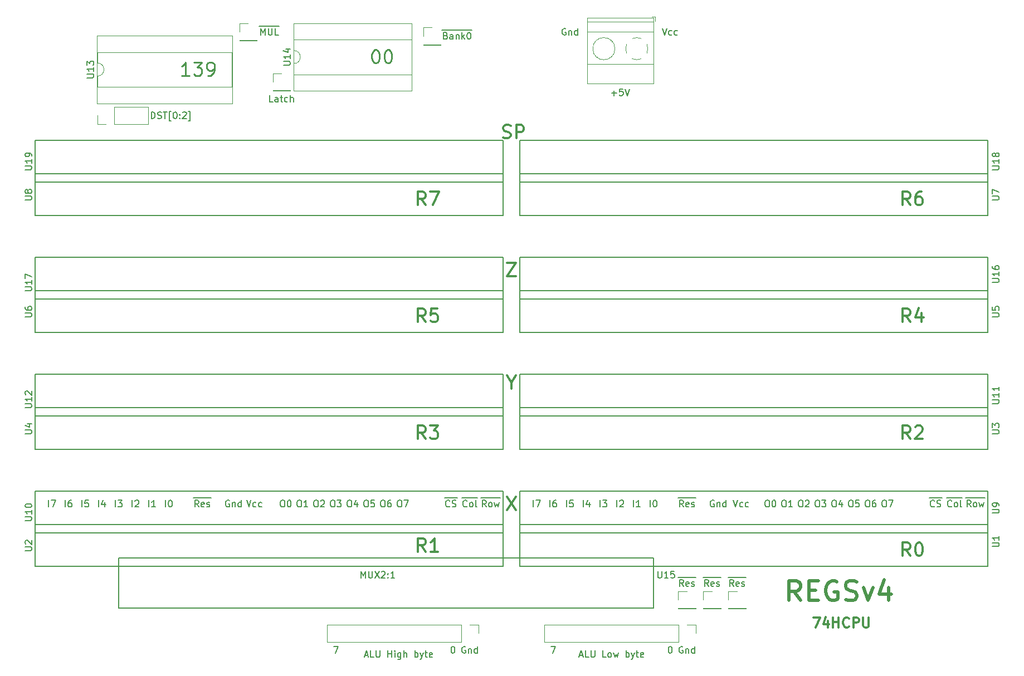
<source format=gbr>
%TF.GenerationSoftware,KiCad,Pcbnew,(5.1.8)-1*%
%TF.CreationDate,2024-05-16T23:24:36+03:00*%
%TF.ProjectId,Regs-v4,52656773-2d76-4342-9e6b-696361645f70,rev?*%
%TF.SameCoordinates,Original*%
%TF.FileFunction,Legend,Top*%
%TF.FilePolarity,Positive*%
%FSLAX46Y46*%
G04 Gerber Fmt 4.6, Leading zero omitted, Abs format (unit mm)*
G04 Created by KiCad (PCBNEW (5.1.8)-1) date 2024-05-16 23:24:36*
%MOMM*%
%LPD*%
G01*
G04 APERTURE LIST*
%ADD10C,0.300000*%
%ADD11C,0.150000*%
%ADD12C,0.250000*%
%ADD13C,0.500000*%
%ADD14C,0.120000*%
G04 APERTURE END LIST*
D10*
X88916071Y-33829523D02*
X89201785Y-33924761D01*
X89677976Y-33924761D01*
X89868452Y-33829523D01*
X89963690Y-33734285D01*
X90058928Y-33543809D01*
X90058928Y-33353333D01*
X89963690Y-33162857D01*
X89868452Y-33067619D01*
X89677976Y-32972380D01*
X89297023Y-32877142D01*
X89106547Y-32781904D01*
X89011309Y-32686666D01*
X88916071Y-32496190D01*
X88916071Y-32305714D01*
X89011309Y-32115238D01*
X89106547Y-32020000D01*
X89297023Y-31924761D01*
X89773214Y-31924761D01*
X90058928Y-32020000D01*
X90916071Y-33924761D02*
X90916071Y-31924761D01*
X91677976Y-31924761D01*
X91868452Y-32020000D01*
X91963690Y-32115238D01*
X92058928Y-32305714D01*
X92058928Y-32591428D01*
X91963690Y-32781904D01*
X91868452Y-32877142D01*
X91677976Y-32972380D01*
X90916071Y-32972380D01*
X89503333Y-52879761D02*
X90836666Y-52879761D01*
X89503333Y-54879761D01*
X90836666Y-54879761D01*
D11*
X119316666Y-100685000D02*
X120316666Y-100685000D01*
X120126190Y-102052380D02*
X119792857Y-101576190D01*
X119554761Y-102052380D02*
X119554761Y-101052380D01*
X119935714Y-101052380D01*
X120030952Y-101100000D01*
X120078571Y-101147619D01*
X120126190Y-101242857D01*
X120126190Y-101385714D01*
X120078571Y-101480952D01*
X120030952Y-101528571D01*
X119935714Y-101576190D01*
X119554761Y-101576190D01*
X120316666Y-100685000D02*
X121173809Y-100685000D01*
X120935714Y-102004761D02*
X120840476Y-102052380D01*
X120650000Y-102052380D01*
X120554761Y-102004761D01*
X120507142Y-101909523D01*
X120507142Y-101528571D01*
X120554761Y-101433333D01*
X120650000Y-101385714D01*
X120840476Y-101385714D01*
X120935714Y-101433333D01*
X120983333Y-101528571D01*
X120983333Y-101623809D01*
X120507142Y-101719047D01*
X121173809Y-100685000D02*
X121983333Y-100685000D01*
X121364285Y-102004761D02*
X121459523Y-102052380D01*
X121650000Y-102052380D01*
X121745238Y-102004761D01*
X121792857Y-101909523D01*
X121792857Y-101861904D01*
X121745238Y-101766666D01*
X121650000Y-101719047D01*
X121507142Y-101719047D01*
X121411904Y-101671428D01*
X121364285Y-101576190D01*
X121364285Y-101528571D01*
X121411904Y-101433333D01*
X121507142Y-101385714D01*
X121650000Y-101385714D01*
X121745238Y-101433333D01*
X123126666Y-100685000D02*
X124126666Y-100685000D01*
X123936190Y-102052380D02*
X123602857Y-101576190D01*
X123364761Y-102052380D02*
X123364761Y-101052380D01*
X123745714Y-101052380D01*
X123840952Y-101100000D01*
X123888571Y-101147619D01*
X123936190Y-101242857D01*
X123936190Y-101385714D01*
X123888571Y-101480952D01*
X123840952Y-101528571D01*
X123745714Y-101576190D01*
X123364761Y-101576190D01*
X124126666Y-100685000D02*
X124983809Y-100685000D01*
X124745714Y-102004761D02*
X124650476Y-102052380D01*
X124460000Y-102052380D01*
X124364761Y-102004761D01*
X124317142Y-101909523D01*
X124317142Y-101528571D01*
X124364761Y-101433333D01*
X124460000Y-101385714D01*
X124650476Y-101385714D01*
X124745714Y-101433333D01*
X124793333Y-101528571D01*
X124793333Y-101623809D01*
X124317142Y-101719047D01*
X124983809Y-100685000D02*
X125793333Y-100685000D01*
X125174285Y-102004761D02*
X125269523Y-102052380D01*
X125460000Y-102052380D01*
X125555238Y-102004761D01*
X125602857Y-101909523D01*
X125602857Y-101861904D01*
X125555238Y-101766666D01*
X125460000Y-101719047D01*
X125317142Y-101719047D01*
X125221904Y-101671428D01*
X125174285Y-101576190D01*
X125174285Y-101528571D01*
X125221904Y-101433333D01*
X125317142Y-101385714D01*
X125460000Y-101385714D01*
X125555238Y-101433333D01*
X105394285Y-27058928D02*
X106156190Y-27058928D01*
X105775238Y-27439880D02*
X105775238Y-26677976D01*
X107108571Y-26439880D02*
X106632380Y-26439880D01*
X106584761Y-26916071D01*
X106632380Y-26868452D01*
X106727619Y-26820833D01*
X106965714Y-26820833D01*
X107060952Y-26868452D01*
X107108571Y-26916071D01*
X107156190Y-27011309D01*
X107156190Y-27249404D01*
X107108571Y-27344642D01*
X107060952Y-27392261D01*
X106965714Y-27439880D01*
X106727619Y-27439880D01*
X106632380Y-27392261D01*
X106584761Y-27344642D01*
X107441904Y-26439880D02*
X107775238Y-27439880D01*
X108108571Y-26439880D01*
X49927023Y-88987380D02*
X50260357Y-89987380D01*
X50593690Y-88987380D01*
X51355595Y-89939761D02*
X51260357Y-89987380D01*
X51069880Y-89987380D01*
X50974642Y-89939761D01*
X50927023Y-89892142D01*
X50879404Y-89796904D01*
X50879404Y-89511190D01*
X50927023Y-89415952D01*
X50974642Y-89368333D01*
X51069880Y-89320714D01*
X51260357Y-89320714D01*
X51355595Y-89368333D01*
X52212738Y-89939761D02*
X52117500Y-89987380D01*
X51927023Y-89987380D01*
X51831785Y-89939761D01*
X51784166Y-89892142D01*
X51736547Y-89796904D01*
X51736547Y-89511190D01*
X51784166Y-89415952D01*
X51831785Y-89368333D01*
X51927023Y-89320714D01*
X52117500Y-89320714D01*
X52212738Y-89368333D01*
X47299642Y-89035000D02*
X47204404Y-88987380D01*
X47061547Y-88987380D01*
X46918690Y-89035000D01*
X46823452Y-89130238D01*
X46775833Y-89225476D01*
X46728214Y-89415952D01*
X46728214Y-89558809D01*
X46775833Y-89749285D01*
X46823452Y-89844523D01*
X46918690Y-89939761D01*
X47061547Y-89987380D01*
X47156785Y-89987380D01*
X47299642Y-89939761D01*
X47347261Y-89892142D01*
X47347261Y-89558809D01*
X47156785Y-89558809D01*
X47775833Y-89320714D02*
X47775833Y-89987380D01*
X47775833Y-89415952D02*
X47823452Y-89368333D01*
X47918690Y-89320714D01*
X48061547Y-89320714D01*
X48156785Y-89368333D01*
X48204404Y-89463571D01*
X48204404Y-89987380D01*
X49109166Y-89987380D02*
X49109166Y-88987380D01*
X49109166Y-89939761D02*
X49013928Y-89987380D01*
X48823452Y-89987380D01*
X48728214Y-89939761D01*
X48680595Y-89892142D01*
X48632976Y-89796904D01*
X48632976Y-89511190D01*
X48680595Y-89415952D01*
X48728214Y-89368333D01*
X48823452Y-89320714D01*
X49013928Y-89320714D01*
X49109166Y-89368333D01*
X27463809Y-89987380D02*
X27463809Y-88987380D01*
X28368571Y-89320714D02*
X28368571Y-89987380D01*
X28130476Y-88939761D02*
X27892380Y-89654047D01*
X28511428Y-89654047D01*
X24923809Y-89987380D02*
X24923809Y-88987380D01*
X25876190Y-88987380D02*
X25400000Y-88987380D01*
X25352380Y-89463571D01*
X25400000Y-89415952D01*
X25495238Y-89368333D01*
X25733333Y-89368333D01*
X25828571Y-89415952D01*
X25876190Y-89463571D01*
X25923809Y-89558809D01*
X25923809Y-89796904D01*
X25876190Y-89892142D01*
X25828571Y-89939761D01*
X25733333Y-89987380D01*
X25495238Y-89987380D01*
X25400000Y-89939761D01*
X25352380Y-89892142D01*
X41846666Y-88620000D02*
X42846666Y-88620000D01*
X42656190Y-89987380D02*
X42322857Y-89511190D01*
X42084761Y-89987380D02*
X42084761Y-88987380D01*
X42465714Y-88987380D01*
X42560952Y-89035000D01*
X42608571Y-89082619D01*
X42656190Y-89177857D01*
X42656190Y-89320714D01*
X42608571Y-89415952D01*
X42560952Y-89463571D01*
X42465714Y-89511190D01*
X42084761Y-89511190D01*
X42846666Y-88620000D02*
X43703809Y-88620000D01*
X43465714Y-89939761D02*
X43370476Y-89987380D01*
X43180000Y-89987380D01*
X43084761Y-89939761D01*
X43037142Y-89844523D01*
X43037142Y-89463571D01*
X43084761Y-89368333D01*
X43180000Y-89320714D01*
X43370476Y-89320714D01*
X43465714Y-89368333D01*
X43513333Y-89463571D01*
X43513333Y-89558809D01*
X43037142Y-89654047D01*
X43703809Y-88620000D02*
X44513333Y-88620000D01*
X43894285Y-89939761D02*
X43989523Y-89987380D01*
X44180000Y-89987380D01*
X44275238Y-89939761D01*
X44322857Y-89844523D01*
X44322857Y-89796904D01*
X44275238Y-89701666D01*
X44180000Y-89654047D01*
X44037142Y-89654047D01*
X43941904Y-89606428D01*
X43894285Y-89511190D01*
X43894285Y-89463571D01*
X43941904Y-89368333D01*
X44037142Y-89320714D01*
X44180000Y-89320714D01*
X44275238Y-89368333D01*
X70548571Y-88987380D02*
X70739047Y-88987380D01*
X70834285Y-89035000D01*
X70929523Y-89130238D01*
X70977142Y-89320714D01*
X70977142Y-89654047D01*
X70929523Y-89844523D01*
X70834285Y-89939761D01*
X70739047Y-89987380D01*
X70548571Y-89987380D01*
X70453333Y-89939761D01*
X70358095Y-89844523D01*
X70310476Y-89654047D01*
X70310476Y-89320714D01*
X70358095Y-89130238D01*
X70453333Y-89035000D01*
X70548571Y-88987380D01*
X71834285Y-88987380D02*
X71643809Y-88987380D01*
X71548571Y-89035000D01*
X71500952Y-89082619D01*
X71405714Y-89225476D01*
X71358095Y-89415952D01*
X71358095Y-89796904D01*
X71405714Y-89892142D01*
X71453333Y-89939761D01*
X71548571Y-89987380D01*
X71739047Y-89987380D01*
X71834285Y-89939761D01*
X71881904Y-89892142D01*
X71929523Y-89796904D01*
X71929523Y-89558809D01*
X71881904Y-89463571D01*
X71834285Y-89415952D01*
X71739047Y-89368333D01*
X71548571Y-89368333D01*
X71453333Y-89415952D01*
X71405714Y-89463571D01*
X71358095Y-89558809D01*
X65468571Y-88987380D02*
X65659047Y-88987380D01*
X65754285Y-89035000D01*
X65849523Y-89130238D01*
X65897142Y-89320714D01*
X65897142Y-89654047D01*
X65849523Y-89844523D01*
X65754285Y-89939761D01*
X65659047Y-89987380D01*
X65468571Y-89987380D01*
X65373333Y-89939761D01*
X65278095Y-89844523D01*
X65230476Y-89654047D01*
X65230476Y-89320714D01*
X65278095Y-89130238D01*
X65373333Y-89035000D01*
X65468571Y-88987380D01*
X66754285Y-89320714D02*
X66754285Y-89987380D01*
X66516190Y-88939761D02*
X66278095Y-89654047D01*
X66897142Y-89654047D01*
X37623809Y-89987380D02*
X37623809Y-88987380D01*
X38290476Y-88987380D02*
X38385714Y-88987380D01*
X38480952Y-89035000D01*
X38528571Y-89082619D01*
X38576190Y-89177857D01*
X38623809Y-89368333D01*
X38623809Y-89606428D01*
X38576190Y-89796904D01*
X38528571Y-89892142D01*
X38480952Y-89939761D01*
X38385714Y-89987380D01*
X38290476Y-89987380D01*
X38195238Y-89939761D01*
X38147619Y-89892142D01*
X38100000Y-89796904D01*
X38052380Y-89606428D01*
X38052380Y-89368333D01*
X38100000Y-89177857D01*
X38147619Y-89082619D01*
X38195238Y-89035000D01*
X38290476Y-88987380D01*
X22383809Y-89987380D02*
X22383809Y-88987380D01*
X23288571Y-88987380D02*
X23098095Y-88987380D01*
X23002857Y-89035000D01*
X22955238Y-89082619D01*
X22860000Y-89225476D01*
X22812380Y-89415952D01*
X22812380Y-89796904D01*
X22860000Y-89892142D01*
X22907619Y-89939761D01*
X23002857Y-89987380D01*
X23193333Y-89987380D01*
X23288571Y-89939761D01*
X23336190Y-89892142D01*
X23383809Y-89796904D01*
X23383809Y-89558809D01*
X23336190Y-89463571D01*
X23288571Y-89415952D01*
X23193333Y-89368333D01*
X23002857Y-89368333D01*
X22907619Y-89415952D01*
X22860000Y-89463571D01*
X22812380Y-89558809D01*
X82605714Y-88620000D02*
X83605714Y-88620000D01*
X83415238Y-89892142D02*
X83367619Y-89939761D01*
X83224761Y-89987380D01*
X83129523Y-89987380D01*
X82986666Y-89939761D01*
X82891428Y-89844523D01*
X82843809Y-89749285D01*
X82796190Y-89558809D01*
X82796190Y-89415952D01*
X82843809Y-89225476D01*
X82891428Y-89130238D01*
X82986666Y-89035000D01*
X83129523Y-88987380D01*
X83224761Y-88987380D01*
X83367619Y-89035000D01*
X83415238Y-89082619D01*
X83605714Y-88620000D02*
X84510476Y-88620000D01*
X83986666Y-89987380D02*
X83891428Y-89939761D01*
X83843809Y-89892142D01*
X83796190Y-89796904D01*
X83796190Y-89511190D01*
X83843809Y-89415952D01*
X83891428Y-89368333D01*
X83986666Y-89320714D01*
X84129523Y-89320714D01*
X84224761Y-89368333D01*
X84272380Y-89415952D01*
X84320000Y-89511190D01*
X84320000Y-89796904D01*
X84272380Y-89892142D01*
X84224761Y-89939761D01*
X84129523Y-89987380D01*
X83986666Y-89987380D01*
X84510476Y-88620000D02*
X85034285Y-88620000D01*
X84891428Y-89987380D02*
X84796190Y-89939761D01*
X84748571Y-89844523D01*
X84748571Y-88987380D01*
X73088571Y-88987380D02*
X73279047Y-88987380D01*
X73374285Y-89035000D01*
X73469523Y-89130238D01*
X73517142Y-89320714D01*
X73517142Y-89654047D01*
X73469523Y-89844523D01*
X73374285Y-89939761D01*
X73279047Y-89987380D01*
X73088571Y-89987380D01*
X72993333Y-89939761D01*
X72898095Y-89844523D01*
X72850476Y-89654047D01*
X72850476Y-89320714D01*
X72898095Y-89130238D01*
X72993333Y-89035000D01*
X73088571Y-88987380D01*
X73850476Y-88987380D02*
X74517142Y-88987380D01*
X74088571Y-89987380D01*
X57848571Y-88987380D02*
X58039047Y-88987380D01*
X58134285Y-89035000D01*
X58229523Y-89130238D01*
X58277142Y-89320714D01*
X58277142Y-89654047D01*
X58229523Y-89844523D01*
X58134285Y-89939761D01*
X58039047Y-89987380D01*
X57848571Y-89987380D01*
X57753333Y-89939761D01*
X57658095Y-89844523D01*
X57610476Y-89654047D01*
X57610476Y-89320714D01*
X57658095Y-89130238D01*
X57753333Y-89035000D01*
X57848571Y-88987380D01*
X59229523Y-89987380D02*
X58658095Y-89987380D01*
X58943809Y-89987380D02*
X58943809Y-88987380D01*
X58848571Y-89130238D01*
X58753333Y-89225476D01*
X58658095Y-89273095D01*
X68008571Y-88987380D02*
X68199047Y-88987380D01*
X68294285Y-89035000D01*
X68389523Y-89130238D01*
X68437142Y-89320714D01*
X68437142Y-89654047D01*
X68389523Y-89844523D01*
X68294285Y-89939761D01*
X68199047Y-89987380D01*
X68008571Y-89987380D01*
X67913333Y-89939761D01*
X67818095Y-89844523D01*
X67770476Y-89654047D01*
X67770476Y-89320714D01*
X67818095Y-89130238D01*
X67913333Y-89035000D01*
X68008571Y-88987380D01*
X69341904Y-88987380D02*
X68865714Y-88987380D01*
X68818095Y-89463571D01*
X68865714Y-89415952D01*
X68960952Y-89368333D01*
X69199047Y-89368333D01*
X69294285Y-89415952D01*
X69341904Y-89463571D01*
X69389523Y-89558809D01*
X69389523Y-89796904D01*
X69341904Y-89892142D01*
X69294285Y-89939761D01*
X69199047Y-89987380D01*
X68960952Y-89987380D01*
X68865714Y-89939761D01*
X68818095Y-89892142D01*
X32543809Y-89987380D02*
X32543809Y-88987380D01*
X32972380Y-89082619D02*
X33020000Y-89035000D01*
X33115238Y-88987380D01*
X33353333Y-88987380D01*
X33448571Y-89035000D01*
X33496190Y-89082619D01*
X33543809Y-89177857D01*
X33543809Y-89273095D01*
X33496190Y-89415952D01*
X32924761Y-89987380D01*
X33543809Y-89987380D01*
X60388571Y-88987380D02*
X60579047Y-88987380D01*
X60674285Y-89035000D01*
X60769523Y-89130238D01*
X60817142Y-89320714D01*
X60817142Y-89654047D01*
X60769523Y-89844523D01*
X60674285Y-89939761D01*
X60579047Y-89987380D01*
X60388571Y-89987380D01*
X60293333Y-89939761D01*
X60198095Y-89844523D01*
X60150476Y-89654047D01*
X60150476Y-89320714D01*
X60198095Y-89130238D01*
X60293333Y-89035000D01*
X60388571Y-88987380D01*
X61198095Y-89082619D02*
X61245714Y-89035000D01*
X61340952Y-88987380D01*
X61579047Y-88987380D01*
X61674285Y-89035000D01*
X61721904Y-89082619D01*
X61769523Y-89177857D01*
X61769523Y-89273095D01*
X61721904Y-89415952D01*
X61150476Y-89987380D01*
X61769523Y-89987380D01*
X79986309Y-88620000D02*
X80986309Y-88620000D01*
X80795833Y-89892142D02*
X80748214Y-89939761D01*
X80605357Y-89987380D01*
X80510119Y-89987380D01*
X80367261Y-89939761D01*
X80272023Y-89844523D01*
X80224404Y-89749285D01*
X80176785Y-89558809D01*
X80176785Y-89415952D01*
X80224404Y-89225476D01*
X80272023Y-89130238D01*
X80367261Y-89035000D01*
X80510119Y-88987380D01*
X80605357Y-88987380D01*
X80748214Y-89035000D01*
X80795833Y-89082619D01*
X80986309Y-88620000D02*
X81938690Y-88620000D01*
X81176785Y-89939761D02*
X81319642Y-89987380D01*
X81557738Y-89987380D01*
X81652976Y-89939761D01*
X81700595Y-89892142D01*
X81748214Y-89796904D01*
X81748214Y-89701666D01*
X81700595Y-89606428D01*
X81652976Y-89558809D01*
X81557738Y-89511190D01*
X81367261Y-89463571D01*
X81272023Y-89415952D01*
X81224404Y-89368333D01*
X81176785Y-89273095D01*
X81176785Y-89177857D01*
X81224404Y-89082619D01*
X81272023Y-89035000D01*
X81367261Y-88987380D01*
X81605357Y-88987380D01*
X81748214Y-89035000D01*
X30003809Y-89987380D02*
X30003809Y-88987380D01*
X30384761Y-88987380D02*
X31003809Y-88987380D01*
X30670476Y-89368333D01*
X30813333Y-89368333D01*
X30908571Y-89415952D01*
X30956190Y-89463571D01*
X31003809Y-89558809D01*
X31003809Y-89796904D01*
X30956190Y-89892142D01*
X30908571Y-89939761D01*
X30813333Y-89987380D01*
X30527619Y-89987380D01*
X30432380Y-89939761D01*
X30384761Y-89892142D01*
X85518809Y-88620000D02*
X86518809Y-88620000D01*
X86328333Y-89987380D02*
X85995000Y-89511190D01*
X85756904Y-89987380D02*
X85756904Y-88987380D01*
X86137857Y-88987380D01*
X86233095Y-89035000D01*
X86280714Y-89082619D01*
X86328333Y-89177857D01*
X86328333Y-89320714D01*
X86280714Y-89415952D01*
X86233095Y-89463571D01*
X86137857Y-89511190D01*
X85756904Y-89511190D01*
X86518809Y-88620000D02*
X87423571Y-88620000D01*
X86899761Y-89987380D02*
X86804523Y-89939761D01*
X86756904Y-89892142D01*
X86709285Y-89796904D01*
X86709285Y-89511190D01*
X86756904Y-89415952D01*
X86804523Y-89368333D01*
X86899761Y-89320714D01*
X87042619Y-89320714D01*
X87137857Y-89368333D01*
X87185476Y-89415952D01*
X87233095Y-89511190D01*
X87233095Y-89796904D01*
X87185476Y-89892142D01*
X87137857Y-89939761D01*
X87042619Y-89987380D01*
X86899761Y-89987380D01*
X87423571Y-88620000D02*
X88471190Y-88620000D01*
X87566428Y-89320714D02*
X87756904Y-89987380D01*
X87947380Y-89511190D01*
X88137857Y-89987380D01*
X88328333Y-89320714D01*
X55308571Y-88987380D02*
X55499047Y-88987380D01*
X55594285Y-89035000D01*
X55689523Y-89130238D01*
X55737142Y-89320714D01*
X55737142Y-89654047D01*
X55689523Y-89844523D01*
X55594285Y-89939761D01*
X55499047Y-89987380D01*
X55308571Y-89987380D01*
X55213333Y-89939761D01*
X55118095Y-89844523D01*
X55070476Y-89654047D01*
X55070476Y-89320714D01*
X55118095Y-89130238D01*
X55213333Y-89035000D01*
X55308571Y-88987380D01*
X56356190Y-88987380D02*
X56451428Y-88987380D01*
X56546666Y-89035000D01*
X56594285Y-89082619D01*
X56641904Y-89177857D01*
X56689523Y-89368333D01*
X56689523Y-89606428D01*
X56641904Y-89796904D01*
X56594285Y-89892142D01*
X56546666Y-89939761D01*
X56451428Y-89987380D01*
X56356190Y-89987380D01*
X56260952Y-89939761D01*
X56213333Y-89892142D01*
X56165714Y-89796904D01*
X56118095Y-89606428D01*
X56118095Y-89368333D01*
X56165714Y-89177857D01*
X56213333Y-89082619D01*
X56260952Y-89035000D01*
X56356190Y-88987380D01*
X35083809Y-89987380D02*
X35083809Y-88987380D01*
X36083809Y-89987380D02*
X35512380Y-89987380D01*
X35798095Y-89987380D02*
X35798095Y-88987380D01*
X35702857Y-89130238D01*
X35607619Y-89225476D01*
X35512380Y-89273095D01*
X19843809Y-89987380D02*
X19843809Y-88987380D01*
X20224761Y-88987380D02*
X20891428Y-88987380D01*
X20462857Y-89987380D01*
X62928571Y-88987380D02*
X63119047Y-88987380D01*
X63214285Y-89035000D01*
X63309523Y-89130238D01*
X63357142Y-89320714D01*
X63357142Y-89654047D01*
X63309523Y-89844523D01*
X63214285Y-89939761D01*
X63119047Y-89987380D01*
X62928571Y-89987380D01*
X62833333Y-89939761D01*
X62738095Y-89844523D01*
X62690476Y-89654047D01*
X62690476Y-89320714D01*
X62738095Y-89130238D01*
X62833333Y-89035000D01*
X62928571Y-88987380D01*
X63690476Y-88987380D02*
X64309523Y-88987380D01*
X63976190Y-89368333D01*
X64119047Y-89368333D01*
X64214285Y-89415952D01*
X64261904Y-89463571D01*
X64309523Y-89558809D01*
X64309523Y-89796904D01*
X64261904Y-89892142D01*
X64214285Y-89939761D01*
X64119047Y-89987380D01*
X63833333Y-89987380D01*
X63738095Y-89939761D01*
X63690476Y-89892142D01*
X93503809Y-89987380D02*
X93503809Y-88987380D01*
X93884761Y-88987380D02*
X94551428Y-88987380D01*
X94122857Y-89987380D01*
X96043809Y-89987380D02*
X96043809Y-88987380D01*
X96948571Y-88987380D02*
X96758095Y-88987380D01*
X96662857Y-89035000D01*
X96615238Y-89082619D01*
X96520000Y-89225476D01*
X96472380Y-89415952D01*
X96472380Y-89796904D01*
X96520000Y-89892142D01*
X96567619Y-89939761D01*
X96662857Y-89987380D01*
X96853333Y-89987380D01*
X96948571Y-89939761D01*
X96996190Y-89892142D01*
X97043809Y-89796904D01*
X97043809Y-89558809D01*
X96996190Y-89463571D01*
X96948571Y-89415952D01*
X96853333Y-89368333D01*
X96662857Y-89368333D01*
X96567619Y-89415952D01*
X96520000Y-89463571D01*
X96472380Y-89558809D01*
X98583809Y-89987380D02*
X98583809Y-88987380D01*
X99536190Y-88987380D02*
X99060000Y-88987380D01*
X99012380Y-89463571D01*
X99060000Y-89415952D01*
X99155238Y-89368333D01*
X99393333Y-89368333D01*
X99488571Y-89415952D01*
X99536190Y-89463571D01*
X99583809Y-89558809D01*
X99583809Y-89796904D01*
X99536190Y-89892142D01*
X99488571Y-89939761D01*
X99393333Y-89987380D01*
X99155238Y-89987380D01*
X99060000Y-89939761D01*
X99012380Y-89892142D01*
X101123809Y-89987380D02*
X101123809Y-88987380D01*
X102028571Y-89320714D02*
X102028571Y-89987380D01*
X101790476Y-88939761D02*
X101552380Y-89654047D01*
X102171428Y-89654047D01*
X103663809Y-89987380D02*
X103663809Y-88987380D01*
X104044761Y-88987380D02*
X104663809Y-88987380D01*
X104330476Y-89368333D01*
X104473333Y-89368333D01*
X104568571Y-89415952D01*
X104616190Y-89463571D01*
X104663809Y-89558809D01*
X104663809Y-89796904D01*
X104616190Y-89892142D01*
X104568571Y-89939761D01*
X104473333Y-89987380D01*
X104187619Y-89987380D01*
X104092380Y-89939761D01*
X104044761Y-89892142D01*
X106203809Y-89987380D02*
X106203809Y-88987380D01*
X106632380Y-89082619D02*
X106680000Y-89035000D01*
X106775238Y-88987380D01*
X107013333Y-88987380D01*
X107108571Y-89035000D01*
X107156190Y-89082619D01*
X107203809Y-89177857D01*
X107203809Y-89273095D01*
X107156190Y-89415952D01*
X106584761Y-89987380D01*
X107203809Y-89987380D01*
X108743809Y-89987380D02*
X108743809Y-88987380D01*
X109743809Y-89987380D02*
X109172380Y-89987380D01*
X109458095Y-89987380D02*
X109458095Y-88987380D01*
X109362857Y-89130238D01*
X109267619Y-89225476D01*
X109172380Y-89273095D01*
X111283809Y-89987380D02*
X111283809Y-88987380D01*
X111950476Y-88987380D02*
X112045714Y-88987380D01*
X112140952Y-89035000D01*
X112188571Y-89082619D01*
X112236190Y-89177857D01*
X112283809Y-89368333D01*
X112283809Y-89606428D01*
X112236190Y-89796904D01*
X112188571Y-89892142D01*
X112140952Y-89939761D01*
X112045714Y-89987380D01*
X111950476Y-89987380D01*
X111855238Y-89939761D01*
X111807619Y-89892142D01*
X111760000Y-89796904D01*
X111712380Y-89606428D01*
X111712380Y-89368333D01*
X111760000Y-89177857D01*
X111807619Y-89082619D01*
X111855238Y-89035000D01*
X111950476Y-88987380D01*
X115506666Y-88620000D02*
X116506666Y-88620000D01*
X116316190Y-89987380D02*
X115982857Y-89511190D01*
X115744761Y-89987380D02*
X115744761Y-88987380D01*
X116125714Y-88987380D01*
X116220952Y-89035000D01*
X116268571Y-89082619D01*
X116316190Y-89177857D01*
X116316190Y-89320714D01*
X116268571Y-89415952D01*
X116220952Y-89463571D01*
X116125714Y-89511190D01*
X115744761Y-89511190D01*
X116506666Y-88620000D02*
X117363809Y-88620000D01*
X117125714Y-89939761D02*
X117030476Y-89987380D01*
X116840000Y-89987380D01*
X116744761Y-89939761D01*
X116697142Y-89844523D01*
X116697142Y-89463571D01*
X116744761Y-89368333D01*
X116840000Y-89320714D01*
X117030476Y-89320714D01*
X117125714Y-89368333D01*
X117173333Y-89463571D01*
X117173333Y-89558809D01*
X116697142Y-89654047D01*
X117363809Y-88620000D02*
X118173333Y-88620000D01*
X117554285Y-89939761D02*
X117649523Y-89987380D01*
X117840000Y-89987380D01*
X117935238Y-89939761D01*
X117982857Y-89844523D01*
X117982857Y-89796904D01*
X117935238Y-89701666D01*
X117840000Y-89654047D01*
X117697142Y-89654047D01*
X117601904Y-89606428D01*
X117554285Y-89511190D01*
X117554285Y-89463571D01*
X117601904Y-89368333D01*
X117697142Y-89320714D01*
X117840000Y-89320714D01*
X117935238Y-89368333D01*
X120959642Y-89035000D02*
X120864404Y-88987380D01*
X120721547Y-88987380D01*
X120578690Y-89035000D01*
X120483452Y-89130238D01*
X120435833Y-89225476D01*
X120388214Y-89415952D01*
X120388214Y-89558809D01*
X120435833Y-89749285D01*
X120483452Y-89844523D01*
X120578690Y-89939761D01*
X120721547Y-89987380D01*
X120816785Y-89987380D01*
X120959642Y-89939761D01*
X121007261Y-89892142D01*
X121007261Y-89558809D01*
X120816785Y-89558809D01*
X121435833Y-89320714D02*
X121435833Y-89987380D01*
X121435833Y-89415952D02*
X121483452Y-89368333D01*
X121578690Y-89320714D01*
X121721547Y-89320714D01*
X121816785Y-89368333D01*
X121864404Y-89463571D01*
X121864404Y-89987380D01*
X122769166Y-89987380D02*
X122769166Y-88987380D01*
X122769166Y-89939761D02*
X122673928Y-89987380D01*
X122483452Y-89987380D01*
X122388214Y-89939761D01*
X122340595Y-89892142D01*
X122292976Y-89796904D01*
X122292976Y-89511190D01*
X122340595Y-89415952D01*
X122388214Y-89368333D01*
X122483452Y-89320714D01*
X122673928Y-89320714D01*
X122769166Y-89368333D01*
X123904523Y-88987380D02*
X124237857Y-89987380D01*
X124571190Y-88987380D01*
X125333095Y-89939761D02*
X125237857Y-89987380D01*
X125047380Y-89987380D01*
X124952142Y-89939761D01*
X124904523Y-89892142D01*
X124856904Y-89796904D01*
X124856904Y-89511190D01*
X124904523Y-89415952D01*
X124952142Y-89368333D01*
X125047380Y-89320714D01*
X125237857Y-89320714D01*
X125333095Y-89368333D01*
X126190238Y-89939761D02*
X126095000Y-89987380D01*
X125904523Y-89987380D01*
X125809285Y-89939761D01*
X125761666Y-89892142D01*
X125714047Y-89796904D01*
X125714047Y-89511190D01*
X125761666Y-89415952D01*
X125809285Y-89368333D01*
X125904523Y-89320714D01*
X126095000Y-89320714D01*
X126190238Y-89368333D01*
X139128571Y-88987380D02*
X139319047Y-88987380D01*
X139414285Y-89035000D01*
X139509523Y-89130238D01*
X139557142Y-89320714D01*
X139557142Y-89654047D01*
X139509523Y-89844523D01*
X139414285Y-89939761D01*
X139319047Y-89987380D01*
X139128571Y-89987380D01*
X139033333Y-89939761D01*
X138938095Y-89844523D01*
X138890476Y-89654047D01*
X138890476Y-89320714D01*
X138938095Y-89130238D01*
X139033333Y-89035000D01*
X139128571Y-88987380D01*
X140414285Y-89320714D02*
X140414285Y-89987380D01*
X140176190Y-88939761D02*
X139938095Y-89654047D01*
X140557142Y-89654047D01*
X136588571Y-88987380D02*
X136779047Y-88987380D01*
X136874285Y-89035000D01*
X136969523Y-89130238D01*
X137017142Y-89320714D01*
X137017142Y-89654047D01*
X136969523Y-89844523D01*
X136874285Y-89939761D01*
X136779047Y-89987380D01*
X136588571Y-89987380D01*
X136493333Y-89939761D01*
X136398095Y-89844523D01*
X136350476Y-89654047D01*
X136350476Y-89320714D01*
X136398095Y-89130238D01*
X136493333Y-89035000D01*
X136588571Y-88987380D01*
X137350476Y-88987380D02*
X137969523Y-88987380D01*
X137636190Y-89368333D01*
X137779047Y-89368333D01*
X137874285Y-89415952D01*
X137921904Y-89463571D01*
X137969523Y-89558809D01*
X137969523Y-89796904D01*
X137921904Y-89892142D01*
X137874285Y-89939761D01*
X137779047Y-89987380D01*
X137493333Y-89987380D01*
X137398095Y-89939761D01*
X137350476Y-89892142D01*
X134048571Y-88987380D02*
X134239047Y-88987380D01*
X134334285Y-89035000D01*
X134429523Y-89130238D01*
X134477142Y-89320714D01*
X134477142Y-89654047D01*
X134429523Y-89844523D01*
X134334285Y-89939761D01*
X134239047Y-89987380D01*
X134048571Y-89987380D01*
X133953333Y-89939761D01*
X133858095Y-89844523D01*
X133810476Y-89654047D01*
X133810476Y-89320714D01*
X133858095Y-89130238D01*
X133953333Y-89035000D01*
X134048571Y-88987380D01*
X134858095Y-89082619D02*
X134905714Y-89035000D01*
X135000952Y-88987380D01*
X135239047Y-88987380D01*
X135334285Y-89035000D01*
X135381904Y-89082619D01*
X135429523Y-89177857D01*
X135429523Y-89273095D01*
X135381904Y-89415952D01*
X134810476Y-89987380D01*
X135429523Y-89987380D01*
X131508571Y-88987380D02*
X131699047Y-88987380D01*
X131794285Y-89035000D01*
X131889523Y-89130238D01*
X131937142Y-89320714D01*
X131937142Y-89654047D01*
X131889523Y-89844523D01*
X131794285Y-89939761D01*
X131699047Y-89987380D01*
X131508571Y-89987380D01*
X131413333Y-89939761D01*
X131318095Y-89844523D01*
X131270476Y-89654047D01*
X131270476Y-89320714D01*
X131318095Y-89130238D01*
X131413333Y-89035000D01*
X131508571Y-88987380D01*
X132889523Y-89987380D02*
X132318095Y-89987380D01*
X132603809Y-89987380D02*
X132603809Y-88987380D01*
X132508571Y-89130238D01*
X132413333Y-89225476D01*
X132318095Y-89273095D01*
X128968571Y-88987380D02*
X129159047Y-88987380D01*
X129254285Y-89035000D01*
X129349523Y-89130238D01*
X129397142Y-89320714D01*
X129397142Y-89654047D01*
X129349523Y-89844523D01*
X129254285Y-89939761D01*
X129159047Y-89987380D01*
X128968571Y-89987380D01*
X128873333Y-89939761D01*
X128778095Y-89844523D01*
X128730476Y-89654047D01*
X128730476Y-89320714D01*
X128778095Y-89130238D01*
X128873333Y-89035000D01*
X128968571Y-88987380D01*
X130016190Y-88987380D02*
X130111428Y-88987380D01*
X130206666Y-89035000D01*
X130254285Y-89082619D01*
X130301904Y-89177857D01*
X130349523Y-89368333D01*
X130349523Y-89606428D01*
X130301904Y-89796904D01*
X130254285Y-89892142D01*
X130206666Y-89939761D01*
X130111428Y-89987380D01*
X130016190Y-89987380D01*
X129920952Y-89939761D01*
X129873333Y-89892142D01*
X129825714Y-89796904D01*
X129778095Y-89606428D01*
X129778095Y-89368333D01*
X129825714Y-89177857D01*
X129873333Y-89082619D01*
X129920952Y-89035000D01*
X130016190Y-88987380D01*
X141668571Y-88987380D02*
X141859047Y-88987380D01*
X141954285Y-89035000D01*
X142049523Y-89130238D01*
X142097142Y-89320714D01*
X142097142Y-89654047D01*
X142049523Y-89844523D01*
X141954285Y-89939761D01*
X141859047Y-89987380D01*
X141668571Y-89987380D01*
X141573333Y-89939761D01*
X141478095Y-89844523D01*
X141430476Y-89654047D01*
X141430476Y-89320714D01*
X141478095Y-89130238D01*
X141573333Y-89035000D01*
X141668571Y-88987380D01*
X143001904Y-88987380D02*
X142525714Y-88987380D01*
X142478095Y-89463571D01*
X142525714Y-89415952D01*
X142620952Y-89368333D01*
X142859047Y-89368333D01*
X142954285Y-89415952D01*
X143001904Y-89463571D01*
X143049523Y-89558809D01*
X143049523Y-89796904D01*
X143001904Y-89892142D01*
X142954285Y-89939761D01*
X142859047Y-89987380D01*
X142620952Y-89987380D01*
X142525714Y-89939761D01*
X142478095Y-89892142D01*
X144208571Y-88987380D02*
X144399047Y-88987380D01*
X144494285Y-89035000D01*
X144589523Y-89130238D01*
X144637142Y-89320714D01*
X144637142Y-89654047D01*
X144589523Y-89844523D01*
X144494285Y-89939761D01*
X144399047Y-89987380D01*
X144208571Y-89987380D01*
X144113333Y-89939761D01*
X144018095Y-89844523D01*
X143970476Y-89654047D01*
X143970476Y-89320714D01*
X144018095Y-89130238D01*
X144113333Y-89035000D01*
X144208571Y-88987380D01*
X145494285Y-88987380D02*
X145303809Y-88987380D01*
X145208571Y-89035000D01*
X145160952Y-89082619D01*
X145065714Y-89225476D01*
X145018095Y-89415952D01*
X145018095Y-89796904D01*
X145065714Y-89892142D01*
X145113333Y-89939761D01*
X145208571Y-89987380D01*
X145399047Y-89987380D01*
X145494285Y-89939761D01*
X145541904Y-89892142D01*
X145589523Y-89796904D01*
X145589523Y-89558809D01*
X145541904Y-89463571D01*
X145494285Y-89415952D01*
X145399047Y-89368333D01*
X145208571Y-89368333D01*
X145113333Y-89415952D01*
X145065714Y-89463571D01*
X145018095Y-89558809D01*
X146748571Y-88987380D02*
X146939047Y-88987380D01*
X147034285Y-89035000D01*
X147129523Y-89130238D01*
X147177142Y-89320714D01*
X147177142Y-89654047D01*
X147129523Y-89844523D01*
X147034285Y-89939761D01*
X146939047Y-89987380D01*
X146748571Y-89987380D01*
X146653333Y-89939761D01*
X146558095Y-89844523D01*
X146510476Y-89654047D01*
X146510476Y-89320714D01*
X146558095Y-89130238D01*
X146653333Y-89035000D01*
X146748571Y-88987380D01*
X147510476Y-88987380D02*
X148177142Y-88987380D01*
X147748571Y-89987380D01*
X159178809Y-88620000D02*
X160178809Y-88620000D01*
X159988333Y-89987380D02*
X159655000Y-89511190D01*
X159416904Y-89987380D02*
X159416904Y-88987380D01*
X159797857Y-88987380D01*
X159893095Y-89035000D01*
X159940714Y-89082619D01*
X159988333Y-89177857D01*
X159988333Y-89320714D01*
X159940714Y-89415952D01*
X159893095Y-89463571D01*
X159797857Y-89511190D01*
X159416904Y-89511190D01*
X160178809Y-88620000D02*
X161083571Y-88620000D01*
X160559761Y-89987380D02*
X160464523Y-89939761D01*
X160416904Y-89892142D01*
X160369285Y-89796904D01*
X160369285Y-89511190D01*
X160416904Y-89415952D01*
X160464523Y-89368333D01*
X160559761Y-89320714D01*
X160702619Y-89320714D01*
X160797857Y-89368333D01*
X160845476Y-89415952D01*
X160893095Y-89511190D01*
X160893095Y-89796904D01*
X160845476Y-89892142D01*
X160797857Y-89939761D01*
X160702619Y-89987380D01*
X160559761Y-89987380D01*
X161083571Y-88620000D02*
X162131190Y-88620000D01*
X161226428Y-89320714D02*
X161416904Y-89987380D01*
X161607380Y-89511190D01*
X161797857Y-89987380D01*
X161988333Y-89320714D01*
X156265714Y-88620000D02*
X157265714Y-88620000D01*
X157075238Y-89892142D02*
X157027619Y-89939761D01*
X156884761Y-89987380D01*
X156789523Y-89987380D01*
X156646666Y-89939761D01*
X156551428Y-89844523D01*
X156503809Y-89749285D01*
X156456190Y-89558809D01*
X156456190Y-89415952D01*
X156503809Y-89225476D01*
X156551428Y-89130238D01*
X156646666Y-89035000D01*
X156789523Y-88987380D01*
X156884761Y-88987380D01*
X157027619Y-89035000D01*
X157075238Y-89082619D01*
X157265714Y-88620000D02*
X158170476Y-88620000D01*
X157646666Y-89987380D02*
X157551428Y-89939761D01*
X157503809Y-89892142D01*
X157456190Y-89796904D01*
X157456190Y-89511190D01*
X157503809Y-89415952D01*
X157551428Y-89368333D01*
X157646666Y-89320714D01*
X157789523Y-89320714D01*
X157884761Y-89368333D01*
X157932380Y-89415952D01*
X157980000Y-89511190D01*
X157980000Y-89796904D01*
X157932380Y-89892142D01*
X157884761Y-89939761D01*
X157789523Y-89987380D01*
X157646666Y-89987380D01*
X158170476Y-88620000D02*
X158694285Y-88620000D01*
X158551428Y-89987380D02*
X158456190Y-89939761D01*
X158408571Y-89844523D01*
X158408571Y-88987380D01*
X153646309Y-88620000D02*
X154646309Y-88620000D01*
X154455833Y-89892142D02*
X154408214Y-89939761D01*
X154265357Y-89987380D01*
X154170119Y-89987380D01*
X154027261Y-89939761D01*
X153932023Y-89844523D01*
X153884404Y-89749285D01*
X153836785Y-89558809D01*
X153836785Y-89415952D01*
X153884404Y-89225476D01*
X153932023Y-89130238D01*
X154027261Y-89035000D01*
X154170119Y-88987380D01*
X154265357Y-88987380D01*
X154408214Y-89035000D01*
X154455833Y-89082619D01*
X154646309Y-88620000D02*
X155598690Y-88620000D01*
X154836785Y-89939761D02*
X154979642Y-89987380D01*
X155217738Y-89987380D01*
X155312976Y-89939761D01*
X155360595Y-89892142D01*
X155408214Y-89796904D01*
X155408214Y-89701666D01*
X155360595Y-89606428D01*
X155312976Y-89558809D01*
X155217738Y-89511190D01*
X155027261Y-89463571D01*
X154932023Y-89415952D01*
X154884404Y-89368333D01*
X154836785Y-89273095D01*
X154836785Y-89177857D01*
X154884404Y-89082619D01*
X154932023Y-89035000D01*
X155027261Y-88987380D01*
X155265357Y-88987380D01*
X155408214Y-89035000D01*
X67882142Y-112561666D02*
X68358333Y-112561666D01*
X67786904Y-112847380D02*
X68120238Y-111847380D01*
X68453571Y-112847380D01*
X69263095Y-112847380D02*
X68786904Y-112847380D01*
X68786904Y-111847380D01*
X69596428Y-111847380D02*
X69596428Y-112656904D01*
X69644047Y-112752142D01*
X69691666Y-112799761D01*
X69786904Y-112847380D01*
X69977380Y-112847380D01*
X70072619Y-112799761D01*
X70120238Y-112752142D01*
X70167857Y-112656904D01*
X70167857Y-111847380D01*
X71405952Y-112847380D02*
X71405952Y-111847380D01*
X71405952Y-112323571D02*
X71977380Y-112323571D01*
X71977380Y-112847380D02*
X71977380Y-111847380D01*
X72453571Y-112847380D02*
X72453571Y-112180714D01*
X72453571Y-111847380D02*
X72405952Y-111895000D01*
X72453571Y-111942619D01*
X72501190Y-111895000D01*
X72453571Y-111847380D01*
X72453571Y-111942619D01*
X73358333Y-112180714D02*
X73358333Y-112990238D01*
X73310714Y-113085476D01*
X73263095Y-113133095D01*
X73167857Y-113180714D01*
X73025000Y-113180714D01*
X72929761Y-113133095D01*
X73358333Y-112799761D02*
X73263095Y-112847380D01*
X73072619Y-112847380D01*
X72977380Y-112799761D01*
X72929761Y-112752142D01*
X72882142Y-112656904D01*
X72882142Y-112371190D01*
X72929761Y-112275952D01*
X72977380Y-112228333D01*
X73072619Y-112180714D01*
X73263095Y-112180714D01*
X73358333Y-112228333D01*
X73834523Y-112847380D02*
X73834523Y-111847380D01*
X74263095Y-112847380D02*
X74263095Y-112323571D01*
X74215476Y-112228333D01*
X74120238Y-112180714D01*
X73977380Y-112180714D01*
X73882142Y-112228333D01*
X73834523Y-112275952D01*
X75501190Y-112847380D02*
X75501190Y-111847380D01*
X75501190Y-112228333D02*
X75596428Y-112180714D01*
X75786904Y-112180714D01*
X75882142Y-112228333D01*
X75929761Y-112275952D01*
X75977380Y-112371190D01*
X75977380Y-112656904D01*
X75929761Y-112752142D01*
X75882142Y-112799761D01*
X75786904Y-112847380D01*
X75596428Y-112847380D01*
X75501190Y-112799761D01*
X76310714Y-112180714D02*
X76548809Y-112847380D01*
X76786904Y-112180714D02*
X76548809Y-112847380D01*
X76453571Y-113085476D01*
X76405952Y-113133095D01*
X76310714Y-113180714D01*
X77025000Y-112180714D02*
X77405952Y-112180714D01*
X77167857Y-111847380D02*
X77167857Y-112704523D01*
X77215476Y-112799761D01*
X77310714Y-112847380D01*
X77405952Y-112847380D01*
X78120238Y-112799761D02*
X78025000Y-112847380D01*
X77834523Y-112847380D01*
X77739285Y-112799761D01*
X77691666Y-112704523D01*
X77691666Y-112323571D01*
X77739285Y-112228333D01*
X77834523Y-112180714D01*
X78025000Y-112180714D01*
X78120238Y-112228333D01*
X78167857Y-112323571D01*
X78167857Y-112418809D01*
X77691666Y-112514047D01*
X100552857Y-112561666D02*
X101029047Y-112561666D01*
X100457619Y-112847380D02*
X100790952Y-111847380D01*
X101124285Y-112847380D01*
X101933809Y-112847380D02*
X101457619Y-112847380D01*
X101457619Y-111847380D01*
X102267142Y-111847380D02*
X102267142Y-112656904D01*
X102314761Y-112752142D01*
X102362380Y-112799761D01*
X102457619Y-112847380D01*
X102648095Y-112847380D01*
X102743333Y-112799761D01*
X102790952Y-112752142D01*
X102838571Y-112656904D01*
X102838571Y-111847380D01*
X104552857Y-112847380D02*
X104076666Y-112847380D01*
X104076666Y-111847380D01*
X105029047Y-112847380D02*
X104933809Y-112799761D01*
X104886190Y-112752142D01*
X104838571Y-112656904D01*
X104838571Y-112371190D01*
X104886190Y-112275952D01*
X104933809Y-112228333D01*
X105029047Y-112180714D01*
X105171904Y-112180714D01*
X105267142Y-112228333D01*
X105314761Y-112275952D01*
X105362380Y-112371190D01*
X105362380Y-112656904D01*
X105314761Y-112752142D01*
X105267142Y-112799761D01*
X105171904Y-112847380D01*
X105029047Y-112847380D01*
X105695714Y-112180714D02*
X105886190Y-112847380D01*
X106076666Y-112371190D01*
X106267142Y-112847380D01*
X106457619Y-112180714D01*
X107600476Y-112847380D02*
X107600476Y-111847380D01*
X107600476Y-112228333D02*
X107695714Y-112180714D01*
X107886190Y-112180714D01*
X107981428Y-112228333D01*
X108029047Y-112275952D01*
X108076666Y-112371190D01*
X108076666Y-112656904D01*
X108029047Y-112752142D01*
X107981428Y-112799761D01*
X107886190Y-112847380D01*
X107695714Y-112847380D01*
X107600476Y-112799761D01*
X108410000Y-112180714D02*
X108648095Y-112847380D01*
X108886190Y-112180714D02*
X108648095Y-112847380D01*
X108552857Y-113085476D01*
X108505238Y-113133095D01*
X108410000Y-113180714D01*
X109124285Y-112180714D02*
X109505238Y-112180714D01*
X109267142Y-111847380D02*
X109267142Y-112704523D01*
X109314761Y-112799761D01*
X109410000Y-112847380D01*
X109505238Y-112847380D01*
X110219523Y-112799761D02*
X110124285Y-112847380D01*
X109933809Y-112847380D01*
X109838571Y-112799761D01*
X109790952Y-112704523D01*
X109790952Y-112323571D01*
X109838571Y-112228333D01*
X109933809Y-112180714D01*
X110124285Y-112180714D01*
X110219523Y-112228333D01*
X110267142Y-112323571D01*
X110267142Y-112418809D01*
X109790952Y-112514047D01*
X67326190Y-100782380D02*
X67326190Y-99782380D01*
X67659523Y-100496666D01*
X67992857Y-99782380D01*
X67992857Y-100782380D01*
X68469047Y-99782380D02*
X68469047Y-100591904D01*
X68516666Y-100687142D01*
X68564285Y-100734761D01*
X68659523Y-100782380D01*
X68850000Y-100782380D01*
X68945238Y-100734761D01*
X68992857Y-100687142D01*
X69040476Y-100591904D01*
X69040476Y-99782380D01*
X69421428Y-99782380D02*
X70088095Y-100782380D01*
X70088095Y-99782380D02*
X69421428Y-100782380D01*
X70421428Y-99877619D02*
X70469047Y-99830000D01*
X70564285Y-99782380D01*
X70802380Y-99782380D01*
X70897619Y-99830000D01*
X70945238Y-99877619D01*
X70992857Y-99972857D01*
X70992857Y-100068095D01*
X70945238Y-100210952D01*
X70373809Y-100782380D01*
X70992857Y-100782380D01*
X71421428Y-100687142D02*
X71469047Y-100734761D01*
X71421428Y-100782380D01*
X71373809Y-100734761D01*
X71421428Y-100687142D01*
X71421428Y-100782380D01*
X71421428Y-100163333D02*
X71469047Y-100210952D01*
X71421428Y-100258571D01*
X71373809Y-100210952D01*
X71421428Y-100163333D01*
X71421428Y-100258571D01*
X72421428Y-100782380D02*
X71850000Y-100782380D01*
X72135714Y-100782380D02*
X72135714Y-99782380D01*
X72040476Y-99925238D01*
X71945238Y-100020476D01*
X71850000Y-100068095D01*
X83177142Y-111260000D02*
X83081904Y-111212380D01*
X82939047Y-111212380D01*
X82796190Y-111260000D01*
X82700952Y-111355238D01*
X82653333Y-111450476D01*
X82605714Y-111640952D01*
X82605714Y-111783809D01*
X82653333Y-111974285D01*
X82700952Y-112069523D01*
X82796190Y-112164761D01*
X82939047Y-112212380D01*
X83034285Y-112212380D01*
X83177142Y-112164761D01*
X83224761Y-112117142D01*
X83224761Y-111783809D01*
X83034285Y-111783809D01*
X83653333Y-111545714D02*
X83653333Y-112212380D01*
X83653333Y-111640952D02*
X83700952Y-111593333D01*
X83796190Y-111545714D01*
X83939047Y-111545714D01*
X84034285Y-111593333D01*
X84081904Y-111688571D01*
X84081904Y-112212380D01*
X84986666Y-112212380D02*
X84986666Y-111212380D01*
X84986666Y-112164761D02*
X84891428Y-112212380D01*
X84700952Y-112212380D01*
X84605714Y-112164761D01*
X84558095Y-112117142D01*
X84510476Y-112021904D01*
X84510476Y-111736190D01*
X84558095Y-111640952D01*
X84605714Y-111593333D01*
X84700952Y-111545714D01*
X84891428Y-111545714D01*
X84986666Y-111593333D01*
X63166666Y-111212380D02*
X63833333Y-111212380D01*
X63404761Y-112212380D01*
X81232380Y-111212380D02*
X81327619Y-111212380D01*
X81422857Y-111260000D01*
X81470476Y-111307619D01*
X81518095Y-111402857D01*
X81565714Y-111593333D01*
X81565714Y-111831428D01*
X81518095Y-112021904D01*
X81470476Y-112117142D01*
X81422857Y-112164761D01*
X81327619Y-112212380D01*
X81232380Y-112212380D01*
X81137142Y-112164761D01*
X81089523Y-112117142D01*
X81041904Y-112021904D01*
X80994285Y-111831428D01*
X80994285Y-111593333D01*
X81041904Y-111402857D01*
X81089523Y-111307619D01*
X81137142Y-111260000D01*
X81232380Y-111212380D01*
X96186666Y-111212380D02*
X96853333Y-111212380D01*
X96424761Y-112212380D01*
X114252380Y-111212380D02*
X114347619Y-111212380D01*
X114442857Y-111260000D01*
X114490476Y-111307619D01*
X114538095Y-111402857D01*
X114585714Y-111593333D01*
X114585714Y-111831428D01*
X114538095Y-112021904D01*
X114490476Y-112117142D01*
X114442857Y-112164761D01*
X114347619Y-112212380D01*
X114252380Y-112212380D01*
X114157142Y-112164761D01*
X114109523Y-112117142D01*
X114061904Y-112021904D01*
X114014285Y-111831428D01*
X114014285Y-111593333D01*
X114061904Y-111402857D01*
X114109523Y-111307619D01*
X114157142Y-111260000D01*
X114252380Y-111212380D01*
X116197142Y-111260000D02*
X116101904Y-111212380D01*
X115959047Y-111212380D01*
X115816190Y-111260000D01*
X115720952Y-111355238D01*
X115673333Y-111450476D01*
X115625714Y-111640952D01*
X115625714Y-111783809D01*
X115673333Y-111974285D01*
X115720952Y-112069523D01*
X115816190Y-112164761D01*
X115959047Y-112212380D01*
X116054285Y-112212380D01*
X116197142Y-112164761D01*
X116244761Y-112117142D01*
X116244761Y-111783809D01*
X116054285Y-111783809D01*
X116673333Y-111545714D02*
X116673333Y-112212380D01*
X116673333Y-111640952D02*
X116720952Y-111593333D01*
X116816190Y-111545714D01*
X116959047Y-111545714D01*
X117054285Y-111593333D01*
X117101904Y-111688571D01*
X117101904Y-112212380D01*
X118006666Y-112212380D02*
X118006666Y-111212380D01*
X118006666Y-112164761D02*
X117911428Y-112212380D01*
X117720952Y-112212380D01*
X117625714Y-112164761D01*
X117578095Y-112117142D01*
X117530476Y-112021904D01*
X117530476Y-111736190D01*
X117578095Y-111640952D01*
X117625714Y-111593333D01*
X117720952Y-111545714D01*
X117911428Y-111545714D01*
X118006666Y-111593333D01*
D10*
X89503333Y-88439761D02*
X90836666Y-90439761D01*
X90836666Y-88439761D02*
X89503333Y-90439761D01*
X90170000Y-71072380D02*
X90170000Y-72024761D01*
X89503333Y-70024761D02*
X90170000Y-71072380D01*
X90836666Y-70024761D01*
D11*
X115506666Y-100685000D02*
X116506666Y-100685000D01*
X116316190Y-102052380D02*
X115982857Y-101576190D01*
X115744761Y-102052380D02*
X115744761Y-101052380D01*
X116125714Y-101052380D01*
X116220952Y-101100000D01*
X116268571Y-101147619D01*
X116316190Y-101242857D01*
X116316190Y-101385714D01*
X116268571Y-101480952D01*
X116220952Y-101528571D01*
X116125714Y-101576190D01*
X115744761Y-101576190D01*
X116506666Y-100685000D02*
X117363809Y-100685000D01*
X117125714Y-102004761D02*
X117030476Y-102052380D01*
X116840000Y-102052380D01*
X116744761Y-102004761D01*
X116697142Y-101909523D01*
X116697142Y-101528571D01*
X116744761Y-101433333D01*
X116840000Y-101385714D01*
X117030476Y-101385714D01*
X117125714Y-101433333D01*
X117173333Y-101528571D01*
X117173333Y-101623809D01*
X116697142Y-101719047D01*
X117363809Y-100685000D02*
X118173333Y-100685000D01*
X117554285Y-102004761D02*
X117649523Y-102052380D01*
X117840000Y-102052380D01*
X117935238Y-102004761D01*
X117982857Y-101909523D01*
X117982857Y-101861904D01*
X117935238Y-101766666D01*
X117840000Y-101719047D01*
X117697142Y-101719047D01*
X117601904Y-101671428D01*
X117554285Y-101576190D01*
X117554285Y-101528571D01*
X117601904Y-101433333D01*
X117697142Y-101385714D01*
X117840000Y-101385714D01*
X117935238Y-101433333D01*
X53935476Y-28392380D02*
X53459285Y-28392380D01*
X53459285Y-27392380D01*
X54697380Y-28392380D02*
X54697380Y-27868571D01*
X54649761Y-27773333D01*
X54554523Y-27725714D01*
X54364047Y-27725714D01*
X54268809Y-27773333D01*
X54697380Y-28344761D02*
X54602142Y-28392380D01*
X54364047Y-28392380D01*
X54268809Y-28344761D01*
X54221190Y-28249523D01*
X54221190Y-28154285D01*
X54268809Y-28059047D01*
X54364047Y-28011428D01*
X54602142Y-28011428D01*
X54697380Y-27963809D01*
X55030714Y-27725714D02*
X55411666Y-27725714D01*
X55173571Y-27392380D02*
X55173571Y-28249523D01*
X55221190Y-28344761D01*
X55316428Y-28392380D01*
X55411666Y-28392380D01*
X56173571Y-28344761D02*
X56078333Y-28392380D01*
X55887857Y-28392380D01*
X55792619Y-28344761D01*
X55745000Y-28297142D01*
X55697380Y-28201904D01*
X55697380Y-27916190D01*
X55745000Y-27820952D01*
X55792619Y-27773333D01*
X55887857Y-27725714D01*
X56078333Y-27725714D01*
X56173571Y-27773333D01*
X56602142Y-28392380D02*
X56602142Y-27392380D01*
X57030714Y-28392380D02*
X57030714Y-27868571D01*
X56983095Y-27773333D01*
X56887857Y-27725714D01*
X56745000Y-27725714D01*
X56649761Y-27773333D01*
X56602142Y-27820952D01*
X79629285Y-17500000D02*
X80629285Y-17500000D01*
X80200714Y-18343571D02*
X80343571Y-18391190D01*
X80391190Y-18438809D01*
X80438809Y-18534047D01*
X80438809Y-18676904D01*
X80391190Y-18772142D01*
X80343571Y-18819761D01*
X80248333Y-18867380D01*
X79867380Y-18867380D01*
X79867380Y-17867380D01*
X80200714Y-17867380D01*
X80295952Y-17915000D01*
X80343571Y-17962619D01*
X80391190Y-18057857D01*
X80391190Y-18153095D01*
X80343571Y-18248333D01*
X80295952Y-18295952D01*
X80200714Y-18343571D01*
X79867380Y-18343571D01*
X80629285Y-17500000D02*
X81534047Y-17500000D01*
X81295952Y-18867380D02*
X81295952Y-18343571D01*
X81248333Y-18248333D01*
X81153095Y-18200714D01*
X80962619Y-18200714D01*
X80867380Y-18248333D01*
X81295952Y-18819761D02*
X81200714Y-18867380D01*
X80962619Y-18867380D01*
X80867380Y-18819761D01*
X80819761Y-18724523D01*
X80819761Y-18629285D01*
X80867380Y-18534047D01*
X80962619Y-18486428D01*
X81200714Y-18486428D01*
X81295952Y-18438809D01*
X81534047Y-17500000D02*
X82438809Y-17500000D01*
X81772142Y-18200714D02*
X81772142Y-18867380D01*
X81772142Y-18295952D02*
X81819761Y-18248333D01*
X81915000Y-18200714D01*
X82057857Y-18200714D01*
X82153095Y-18248333D01*
X82200714Y-18343571D01*
X82200714Y-18867380D01*
X82438809Y-17500000D02*
X83248333Y-17500000D01*
X82676904Y-18867380D02*
X82676904Y-17867380D01*
X82772142Y-18486428D02*
X83057857Y-18867380D01*
X83057857Y-18200714D02*
X82676904Y-18581666D01*
X83248333Y-17500000D02*
X84200714Y-17500000D01*
X83676904Y-17867380D02*
X83772142Y-17867380D01*
X83867380Y-17915000D01*
X83915000Y-17962619D01*
X83962619Y-18057857D01*
X84010238Y-18248333D01*
X84010238Y-18486428D01*
X83962619Y-18676904D01*
X83915000Y-18772142D01*
X83867380Y-18819761D01*
X83772142Y-18867380D01*
X83676904Y-18867380D01*
X83581666Y-18819761D01*
X83534047Y-18772142D01*
X83486428Y-18676904D01*
X83438809Y-18486428D01*
X83438809Y-18248333D01*
X83486428Y-18057857D01*
X83534047Y-17962619D01*
X83581666Y-17915000D01*
X83676904Y-17867380D01*
X35441309Y-30932380D02*
X35441309Y-29932380D01*
X35679404Y-29932380D01*
X35822261Y-29980000D01*
X35917500Y-30075238D01*
X35965119Y-30170476D01*
X36012738Y-30360952D01*
X36012738Y-30503809D01*
X35965119Y-30694285D01*
X35917500Y-30789523D01*
X35822261Y-30884761D01*
X35679404Y-30932380D01*
X35441309Y-30932380D01*
X36393690Y-30884761D02*
X36536547Y-30932380D01*
X36774642Y-30932380D01*
X36869880Y-30884761D01*
X36917500Y-30837142D01*
X36965119Y-30741904D01*
X36965119Y-30646666D01*
X36917500Y-30551428D01*
X36869880Y-30503809D01*
X36774642Y-30456190D01*
X36584166Y-30408571D01*
X36488928Y-30360952D01*
X36441309Y-30313333D01*
X36393690Y-30218095D01*
X36393690Y-30122857D01*
X36441309Y-30027619D01*
X36488928Y-29980000D01*
X36584166Y-29932380D01*
X36822261Y-29932380D01*
X36965119Y-29980000D01*
X37250833Y-29932380D02*
X37822261Y-29932380D01*
X37536547Y-30932380D02*
X37536547Y-29932380D01*
X38441309Y-31265714D02*
X38203214Y-31265714D01*
X38203214Y-29837142D01*
X38441309Y-29837142D01*
X39012738Y-29932380D02*
X39107976Y-29932380D01*
X39203214Y-29980000D01*
X39250833Y-30027619D01*
X39298452Y-30122857D01*
X39346071Y-30313333D01*
X39346071Y-30551428D01*
X39298452Y-30741904D01*
X39250833Y-30837142D01*
X39203214Y-30884761D01*
X39107976Y-30932380D01*
X39012738Y-30932380D01*
X38917500Y-30884761D01*
X38869880Y-30837142D01*
X38822261Y-30741904D01*
X38774642Y-30551428D01*
X38774642Y-30313333D01*
X38822261Y-30122857D01*
X38869880Y-30027619D01*
X38917500Y-29980000D01*
X39012738Y-29932380D01*
X39774642Y-30837142D02*
X39822261Y-30884761D01*
X39774642Y-30932380D01*
X39727023Y-30884761D01*
X39774642Y-30837142D01*
X39774642Y-30932380D01*
X39774642Y-30313333D02*
X39822261Y-30360952D01*
X39774642Y-30408571D01*
X39727023Y-30360952D01*
X39774642Y-30313333D01*
X39774642Y-30408571D01*
X40203214Y-30027619D02*
X40250833Y-29980000D01*
X40346071Y-29932380D01*
X40584166Y-29932380D01*
X40679404Y-29980000D01*
X40727023Y-30027619D01*
X40774642Y-30122857D01*
X40774642Y-30218095D01*
X40727023Y-30360952D01*
X40155595Y-30932380D01*
X40774642Y-30932380D01*
X41107976Y-31265714D02*
X41346071Y-31265714D01*
X41346071Y-29837142D01*
X41107976Y-29837142D01*
X51840000Y-16865000D02*
X52982857Y-16865000D01*
X52078095Y-18232380D02*
X52078095Y-17232380D01*
X52411428Y-17946666D01*
X52744761Y-17232380D01*
X52744761Y-18232380D01*
X52982857Y-16865000D02*
X54030476Y-16865000D01*
X53220952Y-17232380D02*
X53220952Y-18041904D01*
X53268571Y-18137142D01*
X53316190Y-18184761D01*
X53411428Y-18232380D01*
X53601904Y-18232380D01*
X53697142Y-18184761D01*
X53744761Y-18137142D01*
X53792380Y-18041904D01*
X53792380Y-17232380D01*
X54030476Y-16865000D02*
X54840000Y-16865000D01*
X54744761Y-18232380D02*
X54268571Y-18232380D01*
X54268571Y-17232380D01*
D10*
X77136666Y-44084761D02*
X76470000Y-43132380D01*
X75993809Y-44084761D02*
X75993809Y-42084761D01*
X76755714Y-42084761D01*
X76946190Y-42180000D01*
X77041428Y-42275238D01*
X77136666Y-42465714D01*
X77136666Y-42751428D01*
X77041428Y-42941904D01*
X76946190Y-43037142D01*
X76755714Y-43132380D01*
X75993809Y-43132380D01*
X77803333Y-42084761D02*
X79136666Y-42084761D01*
X78279523Y-44084761D01*
X77136666Y-61864761D02*
X76470000Y-60912380D01*
X75993809Y-61864761D02*
X75993809Y-59864761D01*
X76755714Y-59864761D01*
X76946190Y-59960000D01*
X77041428Y-60055238D01*
X77136666Y-60245714D01*
X77136666Y-60531428D01*
X77041428Y-60721904D01*
X76946190Y-60817142D01*
X76755714Y-60912380D01*
X75993809Y-60912380D01*
X78946190Y-59864761D02*
X77993809Y-59864761D01*
X77898571Y-60817142D01*
X77993809Y-60721904D01*
X78184285Y-60626666D01*
X78660476Y-60626666D01*
X78850952Y-60721904D01*
X78946190Y-60817142D01*
X79041428Y-61007619D01*
X79041428Y-61483809D01*
X78946190Y-61674285D01*
X78850952Y-61769523D01*
X78660476Y-61864761D01*
X78184285Y-61864761D01*
X77993809Y-61769523D01*
X77898571Y-61674285D01*
X77136666Y-79644761D02*
X76470000Y-78692380D01*
X75993809Y-79644761D02*
X75993809Y-77644761D01*
X76755714Y-77644761D01*
X76946190Y-77740000D01*
X77041428Y-77835238D01*
X77136666Y-78025714D01*
X77136666Y-78311428D01*
X77041428Y-78501904D01*
X76946190Y-78597142D01*
X76755714Y-78692380D01*
X75993809Y-78692380D01*
X77803333Y-77644761D02*
X79041428Y-77644761D01*
X78374761Y-78406666D01*
X78660476Y-78406666D01*
X78850952Y-78501904D01*
X78946190Y-78597142D01*
X79041428Y-78787619D01*
X79041428Y-79263809D01*
X78946190Y-79454285D01*
X78850952Y-79549523D01*
X78660476Y-79644761D01*
X78089047Y-79644761D01*
X77898571Y-79549523D01*
X77803333Y-79454285D01*
X77136666Y-96789761D02*
X76470000Y-95837380D01*
X75993809Y-96789761D02*
X75993809Y-94789761D01*
X76755714Y-94789761D01*
X76946190Y-94885000D01*
X77041428Y-94980238D01*
X77136666Y-95170714D01*
X77136666Y-95456428D01*
X77041428Y-95646904D01*
X76946190Y-95742142D01*
X76755714Y-95837380D01*
X75993809Y-95837380D01*
X79041428Y-96789761D02*
X77898571Y-96789761D01*
X78470000Y-96789761D02*
X78470000Y-94789761D01*
X78279523Y-95075476D01*
X78089047Y-95265952D01*
X77898571Y-95361190D01*
X150796666Y-44084761D02*
X150130000Y-43132380D01*
X149653809Y-44084761D02*
X149653809Y-42084761D01*
X150415714Y-42084761D01*
X150606190Y-42180000D01*
X150701428Y-42275238D01*
X150796666Y-42465714D01*
X150796666Y-42751428D01*
X150701428Y-42941904D01*
X150606190Y-43037142D01*
X150415714Y-43132380D01*
X149653809Y-43132380D01*
X152510952Y-42084761D02*
X152130000Y-42084761D01*
X151939523Y-42180000D01*
X151844285Y-42275238D01*
X151653809Y-42560952D01*
X151558571Y-42941904D01*
X151558571Y-43703809D01*
X151653809Y-43894285D01*
X151749047Y-43989523D01*
X151939523Y-44084761D01*
X152320476Y-44084761D01*
X152510952Y-43989523D01*
X152606190Y-43894285D01*
X152701428Y-43703809D01*
X152701428Y-43227619D01*
X152606190Y-43037142D01*
X152510952Y-42941904D01*
X152320476Y-42846666D01*
X151939523Y-42846666D01*
X151749047Y-42941904D01*
X151653809Y-43037142D01*
X151558571Y-43227619D01*
X150796666Y-61864761D02*
X150130000Y-60912380D01*
X149653809Y-61864761D02*
X149653809Y-59864761D01*
X150415714Y-59864761D01*
X150606190Y-59960000D01*
X150701428Y-60055238D01*
X150796666Y-60245714D01*
X150796666Y-60531428D01*
X150701428Y-60721904D01*
X150606190Y-60817142D01*
X150415714Y-60912380D01*
X149653809Y-60912380D01*
X152510952Y-60531428D02*
X152510952Y-61864761D01*
X152034761Y-59769523D02*
X151558571Y-61198095D01*
X152796666Y-61198095D01*
X150796666Y-79644761D02*
X150130000Y-78692380D01*
X149653809Y-79644761D02*
X149653809Y-77644761D01*
X150415714Y-77644761D01*
X150606190Y-77740000D01*
X150701428Y-77835238D01*
X150796666Y-78025714D01*
X150796666Y-78311428D01*
X150701428Y-78501904D01*
X150606190Y-78597142D01*
X150415714Y-78692380D01*
X149653809Y-78692380D01*
X151558571Y-77835238D02*
X151653809Y-77740000D01*
X151844285Y-77644761D01*
X152320476Y-77644761D01*
X152510952Y-77740000D01*
X152606190Y-77835238D01*
X152701428Y-78025714D01*
X152701428Y-78216190D01*
X152606190Y-78501904D01*
X151463333Y-79644761D01*
X152701428Y-79644761D01*
X150796666Y-97424761D02*
X150130000Y-96472380D01*
X149653809Y-97424761D02*
X149653809Y-95424761D01*
X150415714Y-95424761D01*
X150606190Y-95520000D01*
X150701428Y-95615238D01*
X150796666Y-95805714D01*
X150796666Y-96091428D01*
X150701428Y-96281904D01*
X150606190Y-96377142D01*
X150415714Y-96472380D01*
X149653809Y-96472380D01*
X152034761Y-95424761D02*
X152225238Y-95424761D01*
X152415714Y-95520000D01*
X152510952Y-95615238D01*
X152606190Y-95805714D01*
X152701428Y-96186666D01*
X152701428Y-96662857D01*
X152606190Y-97043809D01*
X152510952Y-97234285D01*
X152415714Y-97329523D01*
X152225238Y-97424761D01*
X152034761Y-97424761D01*
X151844285Y-97329523D01*
X151749047Y-97234285D01*
X151653809Y-97043809D01*
X151558571Y-96662857D01*
X151558571Y-96186666D01*
X151653809Y-95805714D01*
X151749047Y-95615238D01*
X151844285Y-95520000D01*
X152034761Y-95424761D01*
D12*
X69437380Y-20494761D02*
X69627857Y-20494761D01*
X69818333Y-20590000D01*
X69913571Y-20685238D01*
X70008809Y-20875714D01*
X70104047Y-21256666D01*
X70104047Y-21732857D01*
X70008809Y-22113809D01*
X69913571Y-22304285D01*
X69818333Y-22399523D01*
X69627857Y-22494761D01*
X69437380Y-22494761D01*
X69246904Y-22399523D01*
X69151666Y-22304285D01*
X69056428Y-22113809D01*
X68961190Y-21732857D01*
X68961190Y-21256666D01*
X69056428Y-20875714D01*
X69151666Y-20685238D01*
X69246904Y-20590000D01*
X69437380Y-20494761D01*
X71342142Y-20494761D02*
X71532619Y-20494761D01*
X71723095Y-20590000D01*
X71818333Y-20685238D01*
X71913571Y-20875714D01*
X72008809Y-21256666D01*
X72008809Y-21732857D01*
X71913571Y-22113809D01*
X71818333Y-22304285D01*
X71723095Y-22399523D01*
X71532619Y-22494761D01*
X71342142Y-22494761D01*
X71151666Y-22399523D01*
X71056428Y-22304285D01*
X70961190Y-22113809D01*
X70865952Y-21732857D01*
X70865952Y-21256666D01*
X70961190Y-20875714D01*
X71056428Y-20685238D01*
X71151666Y-20590000D01*
X71342142Y-20494761D01*
X41211666Y-24399761D02*
X40068809Y-24399761D01*
X40640238Y-24399761D02*
X40640238Y-22399761D01*
X40449761Y-22685476D01*
X40259285Y-22875952D01*
X40068809Y-22971190D01*
X41878333Y-22399761D02*
X43116428Y-22399761D01*
X42449761Y-23161666D01*
X42735476Y-23161666D01*
X42925952Y-23256904D01*
X43021190Y-23352142D01*
X43116428Y-23542619D01*
X43116428Y-24018809D01*
X43021190Y-24209285D01*
X42925952Y-24304523D01*
X42735476Y-24399761D01*
X42164047Y-24399761D01*
X41973571Y-24304523D01*
X41878333Y-24209285D01*
X44068809Y-24399761D02*
X44449761Y-24399761D01*
X44640238Y-24304523D01*
X44735476Y-24209285D01*
X44925952Y-23923571D01*
X45021190Y-23542619D01*
X45021190Y-22780714D01*
X44925952Y-22590238D01*
X44830714Y-22495000D01*
X44640238Y-22399761D01*
X44259285Y-22399761D01*
X44068809Y-22495000D01*
X43973571Y-22590238D01*
X43878333Y-22780714D01*
X43878333Y-23256904D01*
X43973571Y-23447380D01*
X44068809Y-23542619D01*
X44259285Y-23637857D01*
X44640238Y-23637857D01*
X44830714Y-23542619D01*
X44925952Y-23447380D01*
X45021190Y-23256904D01*
D11*
X98417142Y-17280000D02*
X98321904Y-17232380D01*
X98179047Y-17232380D01*
X98036190Y-17280000D01*
X97940952Y-17375238D01*
X97893333Y-17470476D01*
X97845714Y-17660952D01*
X97845714Y-17803809D01*
X97893333Y-17994285D01*
X97940952Y-18089523D01*
X98036190Y-18184761D01*
X98179047Y-18232380D01*
X98274285Y-18232380D01*
X98417142Y-18184761D01*
X98464761Y-18137142D01*
X98464761Y-17803809D01*
X98274285Y-17803809D01*
X98893333Y-17565714D02*
X98893333Y-18232380D01*
X98893333Y-17660952D02*
X98940952Y-17613333D01*
X99036190Y-17565714D01*
X99179047Y-17565714D01*
X99274285Y-17613333D01*
X99321904Y-17708571D01*
X99321904Y-18232380D01*
X100226666Y-18232380D02*
X100226666Y-17232380D01*
X100226666Y-18184761D02*
X100131428Y-18232380D01*
X99940952Y-18232380D01*
X99845714Y-18184761D01*
X99798095Y-18137142D01*
X99750476Y-18041904D01*
X99750476Y-17756190D01*
X99798095Y-17660952D01*
X99845714Y-17613333D01*
X99940952Y-17565714D01*
X100131428Y-17565714D01*
X100226666Y-17613333D01*
X113109523Y-17232380D02*
X113442857Y-18232380D01*
X113776190Y-17232380D01*
X114538095Y-18184761D02*
X114442857Y-18232380D01*
X114252380Y-18232380D01*
X114157142Y-18184761D01*
X114109523Y-18137142D01*
X114061904Y-18041904D01*
X114061904Y-17756190D01*
X114109523Y-17660952D01*
X114157142Y-17613333D01*
X114252380Y-17565714D01*
X114442857Y-17565714D01*
X114538095Y-17613333D01*
X115395238Y-18184761D02*
X115300000Y-18232380D01*
X115109523Y-18232380D01*
X115014285Y-18184761D01*
X114966666Y-18137142D01*
X114919047Y-18041904D01*
X114919047Y-17756190D01*
X114966666Y-17660952D01*
X115014285Y-17613333D01*
X115109523Y-17565714D01*
X115300000Y-17565714D01*
X115395238Y-17613333D01*
D13*
X134088928Y-104227142D02*
X133088928Y-102798571D01*
X132374642Y-104227142D02*
X132374642Y-101227142D01*
X133517500Y-101227142D01*
X133803214Y-101370000D01*
X133946071Y-101512857D01*
X134088928Y-101798571D01*
X134088928Y-102227142D01*
X133946071Y-102512857D01*
X133803214Y-102655714D01*
X133517500Y-102798571D01*
X132374642Y-102798571D01*
X135374642Y-102655714D02*
X136374642Y-102655714D01*
X136803214Y-104227142D02*
X135374642Y-104227142D01*
X135374642Y-101227142D01*
X136803214Y-101227142D01*
X139660357Y-101370000D02*
X139374642Y-101227142D01*
X138946071Y-101227142D01*
X138517500Y-101370000D01*
X138231785Y-101655714D01*
X138088928Y-101941428D01*
X137946071Y-102512857D01*
X137946071Y-102941428D01*
X138088928Y-103512857D01*
X138231785Y-103798571D01*
X138517500Y-104084285D01*
X138946071Y-104227142D01*
X139231785Y-104227142D01*
X139660357Y-104084285D01*
X139803214Y-103941428D01*
X139803214Y-102941428D01*
X139231785Y-102941428D01*
X140946071Y-104084285D02*
X141374642Y-104227142D01*
X142088928Y-104227142D01*
X142374642Y-104084285D01*
X142517500Y-103941428D01*
X142660357Y-103655714D01*
X142660357Y-103370000D01*
X142517500Y-103084285D01*
X142374642Y-102941428D01*
X142088928Y-102798571D01*
X141517500Y-102655714D01*
X141231785Y-102512857D01*
X141088928Y-102370000D01*
X140946071Y-102084285D01*
X140946071Y-101798571D01*
X141088928Y-101512857D01*
X141231785Y-101370000D01*
X141517500Y-101227142D01*
X142231785Y-101227142D01*
X142660357Y-101370000D01*
X143660357Y-102227142D02*
X144374642Y-104227142D01*
X145088928Y-102227142D01*
X147517500Y-102227142D02*
X147517500Y-104227142D01*
X146803214Y-101084285D02*
X146088928Y-103227142D01*
X147946071Y-103227142D01*
D10*
X136049285Y-106811071D02*
X137049285Y-106811071D01*
X136406428Y-108311071D01*
X138263571Y-107311071D02*
X138263571Y-108311071D01*
X137906428Y-106739642D02*
X137549285Y-107811071D01*
X138477857Y-107811071D01*
X139049285Y-108311071D02*
X139049285Y-106811071D01*
X139049285Y-107525357D02*
X139906428Y-107525357D01*
X139906428Y-108311071D02*
X139906428Y-106811071D01*
X141477857Y-108168214D02*
X141406428Y-108239642D01*
X141192142Y-108311071D01*
X141049285Y-108311071D01*
X140835000Y-108239642D01*
X140692142Y-108096785D01*
X140620714Y-107953928D01*
X140549285Y-107668214D01*
X140549285Y-107453928D01*
X140620714Y-107168214D01*
X140692142Y-107025357D01*
X140835000Y-106882500D01*
X141049285Y-106811071D01*
X141192142Y-106811071D01*
X141406428Y-106882500D01*
X141477857Y-106953928D01*
X142120714Y-108311071D02*
X142120714Y-106811071D01*
X142692142Y-106811071D01*
X142835000Y-106882500D01*
X142906428Y-106953928D01*
X142977857Y-107096785D01*
X142977857Y-107311071D01*
X142906428Y-107453928D01*
X142835000Y-107525357D01*
X142692142Y-107596785D01*
X142120714Y-107596785D01*
X143620714Y-106811071D02*
X143620714Y-108025357D01*
X143692142Y-108168214D01*
X143763571Y-108239642D01*
X143906428Y-108311071D01*
X144192142Y-108311071D01*
X144335000Y-108239642D01*
X144406428Y-108168214D01*
X144477857Y-108025357D01*
X144477857Y-106811071D01*
D11*
%TO.C,U19*%
X88900000Y-40640000D02*
X17780000Y-40640000D01*
X88900000Y-34290000D02*
X88900000Y-40640000D01*
X17780000Y-34290000D02*
X88900000Y-34290000D01*
X17780000Y-40640000D02*
X17780000Y-34290000D01*
%TO.C,U18*%
X162560000Y-40640000D02*
X91440000Y-40640000D01*
X162560000Y-34290000D02*
X162560000Y-40640000D01*
X91440000Y-34290000D02*
X162560000Y-34290000D01*
X91440000Y-40640000D02*
X91440000Y-34290000D01*
%TO.C,U17*%
X88900000Y-58420000D02*
X17780000Y-58420000D01*
X88900000Y-52070000D02*
X88900000Y-58420000D01*
X17780000Y-52070000D02*
X88900000Y-52070000D01*
X17780000Y-58420000D02*
X17780000Y-52070000D01*
%TO.C,U16*%
X162560000Y-58420000D02*
X91440000Y-58420000D01*
X162560000Y-52070000D02*
X162560000Y-58420000D01*
X91440000Y-52070000D02*
X162560000Y-52070000D01*
X91440000Y-58420000D02*
X91440000Y-52070000D01*
%TO.C,U12*%
X88900000Y-76200000D02*
X17780000Y-76200000D01*
X88900000Y-69850000D02*
X88900000Y-76200000D01*
X17780000Y-69850000D02*
X88900000Y-69850000D01*
X17780000Y-76200000D02*
X17780000Y-69850000D01*
%TO.C,U11*%
X162560000Y-76200000D02*
X91440000Y-76200000D01*
X162560000Y-69850000D02*
X162560000Y-76200000D01*
X91440000Y-69850000D02*
X162560000Y-69850000D01*
X91440000Y-76200000D02*
X91440000Y-69850000D01*
%TO.C,U10*%
X88900000Y-93980000D02*
X17780000Y-93980000D01*
X88900000Y-87630000D02*
X88900000Y-93980000D01*
X17780000Y-87630000D02*
X88900000Y-87630000D01*
X17780000Y-93980000D02*
X17780000Y-87630000D01*
%TO.C,U9*%
X162560000Y-93980000D02*
X91440000Y-93980000D01*
X162560000Y-87630000D02*
X162560000Y-93980000D01*
X91440000Y-87630000D02*
X162560000Y-87630000D01*
X91440000Y-93980000D02*
X91440000Y-87630000D01*
D14*
%TO.C,J20*%
X123130000Y-105470000D02*
X125790000Y-105470000D01*
X123130000Y-105410000D02*
X123130000Y-105470000D01*
X125790000Y-105410000D02*
X125790000Y-105470000D01*
X123130000Y-105410000D02*
X125790000Y-105410000D01*
X123130000Y-104140000D02*
X123130000Y-102810000D01*
X123130000Y-102810000D02*
X124460000Y-102810000D01*
%TO.C,J19*%
X119320000Y-105470000D02*
X121980000Y-105470000D01*
X119320000Y-105410000D02*
X119320000Y-105470000D01*
X121980000Y-105410000D02*
X121980000Y-105470000D01*
X119320000Y-105410000D02*
X121980000Y-105410000D01*
X119320000Y-104140000D02*
X119320000Y-102810000D01*
X119320000Y-102810000D02*
X120650000Y-102810000D01*
%TO.C,J18*%
X62170000Y-107890000D02*
X62170000Y-110550000D01*
X82550000Y-107890000D02*
X62170000Y-107890000D01*
X82550000Y-110550000D02*
X62170000Y-110550000D01*
X82550000Y-107890000D02*
X82550000Y-110550000D01*
X83820000Y-107890000D02*
X85150000Y-107890000D01*
X85150000Y-107890000D02*
X85150000Y-109220000D01*
%TO.C,J17*%
X95190000Y-107890000D02*
X95190000Y-110550000D01*
X115570000Y-107890000D02*
X95190000Y-107890000D01*
X115570000Y-110550000D02*
X95190000Y-110550000D01*
X115570000Y-107890000D02*
X115570000Y-110550000D01*
X116840000Y-107890000D02*
X118170000Y-107890000D01*
X118170000Y-107890000D02*
X118170000Y-109220000D01*
D11*
%TO.C,U15*%
X30480000Y-97790000D02*
X111760000Y-97790000D01*
X30480000Y-105410000D02*
X30480000Y-97790000D01*
X111760000Y-105410000D02*
X30480000Y-105410000D01*
X111760000Y-97790000D02*
X111760000Y-105410000D01*
D14*
%TO.C,J16*%
X105900000Y-20320000D02*
G75*
G03*
X105900000Y-20320000I-1680000J0D01*
G01*
X111780000Y-16220000D02*
X101660000Y-16220000D01*
X111780000Y-17720000D02*
X101660000Y-17720000D01*
X111780000Y-22621000D02*
X101660000Y-22621000D01*
X111780000Y-25581000D02*
X101660000Y-25581000D01*
X111780000Y-15660000D02*
X101660000Y-15660000D01*
X111780000Y-25581000D02*
X111780000Y-15660000D01*
X101660000Y-25581000D02*
X101660000Y-15660000D01*
X102945000Y-21389000D02*
X102992000Y-21343000D01*
X105254000Y-19081000D02*
X105289000Y-19046000D01*
X103150000Y-21595000D02*
X103185000Y-21559000D01*
X105447000Y-19297000D02*
X105494000Y-19251000D01*
X112020000Y-16160000D02*
X112020000Y-15420000D01*
X112020000Y-15420000D02*
X111520000Y-15420000D01*
X109191195Y-18639747D02*
G75*
G02*
X109904000Y-18785000I28805J-1680253D01*
G01*
X110755426Y-19636958D02*
G75*
G02*
X110755000Y-21004000I-1535426J-683042D01*
G01*
X109903042Y-21855426D02*
G75*
G02*
X108536000Y-21855000I-683042J1535426D01*
G01*
X107684574Y-21003042D02*
G75*
G02*
X107685000Y-19636000I1535426J683042D01*
G01*
X108536682Y-18785244D02*
G75*
G02*
X109220000Y-18640000I683318J-1534756D01*
G01*
%TO.C,U14*%
X57090000Y-22590000D02*
X57090000Y-24240000D01*
X57090000Y-24240000D02*
X74990000Y-24240000D01*
X74990000Y-24240000D02*
X74990000Y-18940000D01*
X74990000Y-18940000D02*
X57090000Y-18940000D01*
X57090000Y-18940000D02*
X57090000Y-20590000D01*
X57030000Y-26730000D02*
X75050000Y-26730000D01*
X75050000Y-26730000D02*
X75050000Y-16450000D01*
X75050000Y-16450000D02*
X57030000Y-16450000D01*
X57030000Y-16450000D02*
X57030000Y-26730000D01*
X57090000Y-20590000D02*
G75*
G02*
X57090000Y-22590000I0J-1000000D01*
G01*
%TO.C,U13*%
X27245000Y-24495000D02*
X27245000Y-26145000D01*
X27245000Y-26145000D02*
X47685000Y-26145000D01*
X47685000Y-26145000D02*
X47685000Y-20845000D01*
X47685000Y-20845000D02*
X27245000Y-20845000D01*
X27245000Y-20845000D02*
X27245000Y-22495000D01*
X27185000Y-28635000D02*
X47745000Y-28635000D01*
X47745000Y-28635000D02*
X47745000Y-18355000D01*
X47745000Y-18355000D02*
X27185000Y-18355000D01*
X27185000Y-18355000D02*
X27185000Y-28635000D01*
X27245000Y-22495000D02*
G75*
G02*
X27245000Y-24495000I0J-1000000D01*
G01*
%TO.C,J15*%
X53915000Y-26730000D02*
X56575000Y-26730000D01*
X53915000Y-26670000D02*
X53915000Y-26730000D01*
X56575000Y-26670000D02*
X56575000Y-26730000D01*
X53915000Y-26670000D02*
X56575000Y-26670000D01*
X53915000Y-25400000D02*
X53915000Y-24070000D01*
X53915000Y-24070000D02*
X55245000Y-24070000D01*
%TO.C,J14*%
X76775000Y-19745000D02*
X79435000Y-19745000D01*
X76775000Y-19685000D02*
X76775000Y-19745000D01*
X79435000Y-19685000D02*
X79435000Y-19745000D01*
X76775000Y-19685000D02*
X79435000Y-19685000D01*
X76775000Y-18415000D02*
X76775000Y-17085000D01*
X76775000Y-17085000D02*
X78105000Y-17085000D01*
%TO.C,J13*%
X115510000Y-105470000D02*
X118170000Y-105470000D01*
X115510000Y-105410000D02*
X115510000Y-105470000D01*
X118170000Y-105410000D02*
X118170000Y-105470000D01*
X115510000Y-105410000D02*
X118170000Y-105410000D01*
X115510000Y-104140000D02*
X115510000Y-102810000D01*
X115510000Y-102810000D02*
X116840000Y-102810000D01*
%TO.C,J12*%
X48835000Y-19110000D02*
X51495000Y-19110000D01*
X48835000Y-19050000D02*
X48835000Y-19110000D01*
X51495000Y-19050000D02*
X51495000Y-19110000D01*
X48835000Y-19050000D02*
X51495000Y-19050000D01*
X48835000Y-17780000D02*
X48835000Y-16450000D01*
X48835000Y-16450000D02*
X50165000Y-16450000D01*
%TO.C,J11*%
X34985000Y-31810000D02*
X34985000Y-29150000D01*
X29845000Y-31810000D02*
X34985000Y-31810000D01*
X29845000Y-29150000D02*
X34985000Y-29150000D01*
X29845000Y-31810000D02*
X29845000Y-29150000D01*
X28575000Y-31810000D02*
X27245000Y-31810000D01*
X27245000Y-31810000D02*
X27245000Y-30480000D01*
D11*
%TO.C,U1*%
X91440000Y-99060000D02*
X91440000Y-92710000D01*
X91440000Y-92710000D02*
X162560000Y-92710000D01*
X162560000Y-92710000D02*
X162560000Y-99060000D01*
X162560000Y-99060000D02*
X91440000Y-99060000D01*
%TO.C,U8*%
X17780000Y-45720000D02*
X17780000Y-39370000D01*
X17780000Y-39370000D02*
X88900000Y-39370000D01*
X88900000Y-39370000D02*
X88900000Y-45720000D01*
X88900000Y-45720000D02*
X17780000Y-45720000D01*
%TO.C,U6*%
X17780000Y-63500000D02*
X17780000Y-57150000D01*
X17780000Y-57150000D02*
X88900000Y-57150000D01*
X88900000Y-57150000D02*
X88900000Y-63500000D01*
X88900000Y-63500000D02*
X17780000Y-63500000D01*
%TO.C,U4*%
X17780000Y-81280000D02*
X17780000Y-74930000D01*
X17780000Y-74930000D02*
X88900000Y-74930000D01*
X88900000Y-74930000D02*
X88900000Y-81280000D01*
X88900000Y-81280000D02*
X17780000Y-81280000D01*
%TO.C,U2*%
X17780000Y-99060000D02*
X17780000Y-92710000D01*
X17780000Y-92710000D02*
X88900000Y-92710000D01*
X88900000Y-92710000D02*
X88900000Y-99060000D01*
X88900000Y-99060000D02*
X17780000Y-99060000D01*
%TO.C,U7*%
X91440000Y-45720000D02*
X91440000Y-39370000D01*
X91440000Y-39370000D02*
X162560000Y-39370000D01*
X162560000Y-39370000D02*
X162560000Y-45720000D01*
X162560000Y-45720000D02*
X91440000Y-45720000D01*
%TO.C,U5*%
X91440000Y-63500000D02*
X91440000Y-57150000D01*
X91440000Y-57150000D02*
X162560000Y-57150000D01*
X162560000Y-57150000D02*
X162560000Y-63500000D01*
X162560000Y-63500000D02*
X91440000Y-63500000D01*
%TO.C,U3*%
X91440000Y-81280000D02*
X91440000Y-74930000D01*
X91440000Y-74930000D02*
X162560000Y-74930000D01*
X162560000Y-74930000D02*
X162560000Y-81280000D01*
X162560000Y-81280000D02*
X91440000Y-81280000D01*
%TO.C,U19*%
X16279880Y-38703095D02*
X17089404Y-38703095D01*
X17184642Y-38655476D01*
X17232261Y-38607857D01*
X17279880Y-38512619D01*
X17279880Y-38322142D01*
X17232261Y-38226904D01*
X17184642Y-38179285D01*
X17089404Y-38131666D01*
X16279880Y-38131666D01*
X17279880Y-37131666D02*
X17279880Y-37703095D01*
X17279880Y-37417380D02*
X16279880Y-37417380D01*
X16422738Y-37512619D01*
X16517976Y-37607857D01*
X16565595Y-37703095D01*
X17279880Y-36655476D02*
X17279880Y-36465000D01*
X17232261Y-36369761D01*
X17184642Y-36322142D01*
X17041785Y-36226904D01*
X16851309Y-36179285D01*
X16470357Y-36179285D01*
X16375119Y-36226904D01*
X16327500Y-36274523D01*
X16279880Y-36369761D01*
X16279880Y-36560238D01*
X16327500Y-36655476D01*
X16375119Y-36703095D01*
X16470357Y-36750714D01*
X16708452Y-36750714D01*
X16803690Y-36703095D01*
X16851309Y-36655476D01*
X16898928Y-36560238D01*
X16898928Y-36369761D01*
X16851309Y-36274523D01*
X16803690Y-36226904D01*
X16708452Y-36179285D01*
%TO.C,U18*%
X163282380Y-38703095D02*
X164091904Y-38703095D01*
X164187142Y-38655476D01*
X164234761Y-38607857D01*
X164282380Y-38512619D01*
X164282380Y-38322142D01*
X164234761Y-38226904D01*
X164187142Y-38179285D01*
X164091904Y-38131666D01*
X163282380Y-38131666D01*
X164282380Y-37131666D02*
X164282380Y-37703095D01*
X164282380Y-37417380D02*
X163282380Y-37417380D01*
X163425238Y-37512619D01*
X163520476Y-37607857D01*
X163568095Y-37703095D01*
X163710952Y-36560238D02*
X163663333Y-36655476D01*
X163615714Y-36703095D01*
X163520476Y-36750714D01*
X163472857Y-36750714D01*
X163377619Y-36703095D01*
X163330000Y-36655476D01*
X163282380Y-36560238D01*
X163282380Y-36369761D01*
X163330000Y-36274523D01*
X163377619Y-36226904D01*
X163472857Y-36179285D01*
X163520476Y-36179285D01*
X163615714Y-36226904D01*
X163663333Y-36274523D01*
X163710952Y-36369761D01*
X163710952Y-36560238D01*
X163758571Y-36655476D01*
X163806190Y-36703095D01*
X163901428Y-36750714D01*
X164091904Y-36750714D01*
X164187142Y-36703095D01*
X164234761Y-36655476D01*
X164282380Y-36560238D01*
X164282380Y-36369761D01*
X164234761Y-36274523D01*
X164187142Y-36226904D01*
X164091904Y-36179285D01*
X163901428Y-36179285D01*
X163806190Y-36226904D01*
X163758571Y-36274523D01*
X163710952Y-36369761D01*
%TO.C,U17*%
X16279880Y-57118095D02*
X17089404Y-57118095D01*
X17184642Y-57070476D01*
X17232261Y-57022857D01*
X17279880Y-56927619D01*
X17279880Y-56737142D01*
X17232261Y-56641904D01*
X17184642Y-56594285D01*
X17089404Y-56546666D01*
X16279880Y-56546666D01*
X17279880Y-55546666D02*
X17279880Y-56118095D01*
X17279880Y-55832380D02*
X16279880Y-55832380D01*
X16422738Y-55927619D01*
X16517976Y-56022857D01*
X16565595Y-56118095D01*
X16279880Y-55213333D02*
X16279880Y-54546666D01*
X17279880Y-54975238D01*
%TO.C,U16*%
X163282380Y-55848095D02*
X164091904Y-55848095D01*
X164187142Y-55800476D01*
X164234761Y-55752857D01*
X164282380Y-55657619D01*
X164282380Y-55467142D01*
X164234761Y-55371904D01*
X164187142Y-55324285D01*
X164091904Y-55276666D01*
X163282380Y-55276666D01*
X164282380Y-54276666D02*
X164282380Y-54848095D01*
X164282380Y-54562380D02*
X163282380Y-54562380D01*
X163425238Y-54657619D01*
X163520476Y-54752857D01*
X163568095Y-54848095D01*
X163282380Y-53419523D02*
X163282380Y-53610000D01*
X163330000Y-53705238D01*
X163377619Y-53752857D01*
X163520476Y-53848095D01*
X163710952Y-53895714D01*
X164091904Y-53895714D01*
X164187142Y-53848095D01*
X164234761Y-53800476D01*
X164282380Y-53705238D01*
X164282380Y-53514761D01*
X164234761Y-53419523D01*
X164187142Y-53371904D01*
X164091904Y-53324285D01*
X163853809Y-53324285D01*
X163758571Y-53371904D01*
X163710952Y-53419523D01*
X163663333Y-53514761D01*
X163663333Y-53705238D01*
X163710952Y-53800476D01*
X163758571Y-53848095D01*
X163853809Y-53895714D01*
%TO.C,U12*%
X16279880Y-74898095D02*
X17089404Y-74898095D01*
X17184642Y-74850476D01*
X17232261Y-74802857D01*
X17279880Y-74707619D01*
X17279880Y-74517142D01*
X17232261Y-74421904D01*
X17184642Y-74374285D01*
X17089404Y-74326666D01*
X16279880Y-74326666D01*
X17279880Y-73326666D02*
X17279880Y-73898095D01*
X17279880Y-73612380D02*
X16279880Y-73612380D01*
X16422738Y-73707619D01*
X16517976Y-73802857D01*
X16565595Y-73898095D01*
X16375119Y-72945714D02*
X16327500Y-72898095D01*
X16279880Y-72802857D01*
X16279880Y-72564761D01*
X16327500Y-72469523D01*
X16375119Y-72421904D01*
X16470357Y-72374285D01*
X16565595Y-72374285D01*
X16708452Y-72421904D01*
X17279880Y-72993333D01*
X17279880Y-72374285D01*
%TO.C,U11*%
X163282380Y-74263095D02*
X164091904Y-74263095D01*
X164187142Y-74215476D01*
X164234761Y-74167857D01*
X164282380Y-74072619D01*
X164282380Y-73882142D01*
X164234761Y-73786904D01*
X164187142Y-73739285D01*
X164091904Y-73691666D01*
X163282380Y-73691666D01*
X164282380Y-72691666D02*
X164282380Y-73263095D01*
X164282380Y-72977380D02*
X163282380Y-72977380D01*
X163425238Y-73072619D01*
X163520476Y-73167857D01*
X163568095Y-73263095D01*
X164282380Y-71739285D02*
X164282380Y-72310714D01*
X164282380Y-72025000D02*
X163282380Y-72025000D01*
X163425238Y-72120238D01*
X163520476Y-72215476D01*
X163568095Y-72310714D01*
%TO.C,U10*%
X16279880Y-92043095D02*
X17089404Y-92043095D01*
X17184642Y-91995476D01*
X17232261Y-91947857D01*
X17279880Y-91852619D01*
X17279880Y-91662142D01*
X17232261Y-91566904D01*
X17184642Y-91519285D01*
X17089404Y-91471666D01*
X16279880Y-91471666D01*
X17279880Y-90471666D02*
X17279880Y-91043095D01*
X17279880Y-90757380D02*
X16279880Y-90757380D01*
X16422738Y-90852619D01*
X16517976Y-90947857D01*
X16565595Y-91043095D01*
X16279880Y-89852619D02*
X16279880Y-89757380D01*
X16327500Y-89662142D01*
X16375119Y-89614523D01*
X16470357Y-89566904D01*
X16660833Y-89519285D01*
X16898928Y-89519285D01*
X17089404Y-89566904D01*
X17184642Y-89614523D01*
X17232261Y-89662142D01*
X17279880Y-89757380D01*
X17279880Y-89852619D01*
X17232261Y-89947857D01*
X17184642Y-89995476D01*
X17089404Y-90043095D01*
X16898928Y-90090714D01*
X16660833Y-90090714D01*
X16470357Y-90043095D01*
X16375119Y-89995476D01*
X16327500Y-89947857D01*
X16279880Y-89852619D01*
%TO.C,U9*%
X163282380Y-90931904D02*
X164091904Y-90931904D01*
X164187142Y-90884285D01*
X164234761Y-90836666D01*
X164282380Y-90741428D01*
X164282380Y-90550952D01*
X164234761Y-90455714D01*
X164187142Y-90408095D01*
X164091904Y-90360476D01*
X163282380Y-90360476D01*
X164282380Y-89836666D02*
X164282380Y-89646190D01*
X164234761Y-89550952D01*
X164187142Y-89503333D01*
X164044285Y-89408095D01*
X163853809Y-89360476D01*
X163472857Y-89360476D01*
X163377619Y-89408095D01*
X163330000Y-89455714D01*
X163282380Y-89550952D01*
X163282380Y-89741428D01*
X163330000Y-89836666D01*
X163377619Y-89884285D01*
X163472857Y-89931904D01*
X163710952Y-89931904D01*
X163806190Y-89884285D01*
X163853809Y-89836666D01*
X163901428Y-89741428D01*
X163901428Y-89550952D01*
X163853809Y-89455714D01*
X163806190Y-89408095D01*
X163710952Y-89360476D01*
%TO.C,U15*%
X112426904Y-99782380D02*
X112426904Y-100591904D01*
X112474523Y-100687142D01*
X112522142Y-100734761D01*
X112617380Y-100782380D01*
X112807857Y-100782380D01*
X112903095Y-100734761D01*
X112950714Y-100687142D01*
X112998333Y-100591904D01*
X112998333Y-99782380D01*
X113998333Y-100782380D02*
X113426904Y-100782380D01*
X113712619Y-100782380D02*
X113712619Y-99782380D01*
X113617380Y-99925238D01*
X113522142Y-100020476D01*
X113426904Y-100068095D01*
X114903095Y-99782380D02*
X114426904Y-99782380D01*
X114379285Y-100258571D01*
X114426904Y-100210952D01*
X114522142Y-100163333D01*
X114760238Y-100163333D01*
X114855476Y-100210952D01*
X114903095Y-100258571D01*
X114950714Y-100353809D01*
X114950714Y-100591904D01*
X114903095Y-100687142D01*
X114855476Y-100734761D01*
X114760238Y-100782380D01*
X114522142Y-100782380D01*
X114426904Y-100734761D01*
X114379285Y-100687142D01*
%TO.C,U14*%
X55542380Y-22828095D02*
X56351904Y-22828095D01*
X56447142Y-22780476D01*
X56494761Y-22732857D01*
X56542380Y-22637619D01*
X56542380Y-22447142D01*
X56494761Y-22351904D01*
X56447142Y-22304285D01*
X56351904Y-22256666D01*
X55542380Y-22256666D01*
X56542380Y-21256666D02*
X56542380Y-21828095D01*
X56542380Y-21542380D02*
X55542380Y-21542380D01*
X55685238Y-21637619D01*
X55780476Y-21732857D01*
X55828095Y-21828095D01*
X55875714Y-20399523D02*
X56542380Y-20399523D01*
X55494761Y-20637619D02*
X56209047Y-20875714D01*
X56209047Y-20256666D01*
%TO.C,U13*%
X25697380Y-24733095D02*
X26506904Y-24733095D01*
X26602142Y-24685476D01*
X26649761Y-24637857D01*
X26697380Y-24542619D01*
X26697380Y-24352142D01*
X26649761Y-24256904D01*
X26602142Y-24209285D01*
X26506904Y-24161666D01*
X25697380Y-24161666D01*
X26697380Y-23161666D02*
X26697380Y-23733095D01*
X26697380Y-23447380D02*
X25697380Y-23447380D01*
X25840238Y-23542619D01*
X25935476Y-23637857D01*
X25983095Y-23733095D01*
X25697380Y-22828333D02*
X25697380Y-22209285D01*
X26078333Y-22542619D01*
X26078333Y-22399761D01*
X26125952Y-22304523D01*
X26173571Y-22256904D01*
X26268809Y-22209285D01*
X26506904Y-22209285D01*
X26602142Y-22256904D01*
X26649761Y-22304523D01*
X26697380Y-22399761D01*
X26697380Y-22685476D01*
X26649761Y-22780714D01*
X26602142Y-22828333D01*
%TO.C,U1*%
X163282380Y-96011904D02*
X164091904Y-96011904D01*
X164187142Y-95964285D01*
X164234761Y-95916666D01*
X164282380Y-95821428D01*
X164282380Y-95630952D01*
X164234761Y-95535714D01*
X164187142Y-95488095D01*
X164091904Y-95440476D01*
X163282380Y-95440476D01*
X164282380Y-94440476D02*
X164282380Y-95011904D01*
X164282380Y-94726190D02*
X163282380Y-94726190D01*
X163425238Y-94821428D01*
X163520476Y-94916666D01*
X163568095Y-95011904D01*
%TO.C,U8*%
X16279880Y-43306904D02*
X17089404Y-43306904D01*
X17184642Y-43259285D01*
X17232261Y-43211666D01*
X17279880Y-43116428D01*
X17279880Y-42925952D01*
X17232261Y-42830714D01*
X17184642Y-42783095D01*
X17089404Y-42735476D01*
X16279880Y-42735476D01*
X16708452Y-42116428D02*
X16660833Y-42211666D01*
X16613214Y-42259285D01*
X16517976Y-42306904D01*
X16470357Y-42306904D01*
X16375119Y-42259285D01*
X16327500Y-42211666D01*
X16279880Y-42116428D01*
X16279880Y-41925952D01*
X16327500Y-41830714D01*
X16375119Y-41783095D01*
X16470357Y-41735476D01*
X16517976Y-41735476D01*
X16613214Y-41783095D01*
X16660833Y-41830714D01*
X16708452Y-41925952D01*
X16708452Y-42116428D01*
X16756071Y-42211666D01*
X16803690Y-42259285D01*
X16898928Y-42306904D01*
X17089404Y-42306904D01*
X17184642Y-42259285D01*
X17232261Y-42211666D01*
X17279880Y-42116428D01*
X17279880Y-41925952D01*
X17232261Y-41830714D01*
X17184642Y-41783095D01*
X17089404Y-41735476D01*
X16898928Y-41735476D01*
X16803690Y-41783095D01*
X16756071Y-41830714D01*
X16708452Y-41925952D01*
%TO.C,U6*%
X16279880Y-61086904D02*
X17089404Y-61086904D01*
X17184642Y-61039285D01*
X17232261Y-60991666D01*
X17279880Y-60896428D01*
X17279880Y-60705952D01*
X17232261Y-60610714D01*
X17184642Y-60563095D01*
X17089404Y-60515476D01*
X16279880Y-60515476D01*
X16279880Y-59610714D02*
X16279880Y-59801190D01*
X16327500Y-59896428D01*
X16375119Y-59944047D01*
X16517976Y-60039285D01*
X16708452Y-60086904D01*
X17089404Y-60086904D01*
X17184642Y-60039285D01*
X17232261Y-59991666D01*
X17279880Y-59896428D01*
X17279880Y-59705952D01*
X17232261Y-59610714D01*
X17184642Y-59563095D01*
X17089404Y-59515476D01*
X16851309Y-59515476D01*
X16756071Y-59563095D01*
X16708452Y-59610714D01*
X16660833Y-59705952D01*
X16660833Y-59896428D01*
X16708452Y-59991666D01*
X16756071Y-60039285D01*
X16851309Y-60086904D01*
%TO.C,U4*%
X16279880Y-78866904D02*
X17089404Y-78866904D01*
X17184642Y-78819285D01*
X17232261Y-78771666D01*
X17279880Y-78676428D01*
X17279880Y-78485952D01*
X17232261Y-78390714D01*
X17184642Y-78343095D01*
X17089404Y-78295476D01*
X16279880Y-78295476D01*
X16613214Y-77390714D02*
X17279880Y-77390714D01*
X16232261Y-77628809D02*
X16946547Y-77866904D01*
X16946547Y-77247857D01*
%TO.C,U2*%
X16279880Y-96646904D02*
X17089404Y-96646904D01*
X17184642Y-96599285D01*
X17232261Y-96551666D01*
X17279880Y-96456428D01*
X17279880Y-96265952D01*
X17232261Y-96170714D01*
X17184642Y-96123095D01*
X17089404Y-96075476D01*
X16279880Y-96075476D01*
X16375119Y-95646904D02*
X16327500Y-95599285D01*
X16279880Y-95504047D01*
X16279880Y-95265952D01*
X16327500Y-95170714D01*
X16375119Y-95123095D01*
X16470357Y-95075476D01*
X16565595Y-95075476D01*
X16708452Y-95123095D01*
X17279880Y-95694523D01*
X17279880Y-95075476D01*
%TO.C,U7*%
X163282380Y-43306904D02*
X164091904Y-43306904D01*
X164187142Y-43259285D01*
X164234761Y-43211666D01*
X164282380Y-43116428D01*
X164282380Y-42925952D01*
X164234761Y-42830714D01*
X164187142Y-42783095D01*
X164091904Y-42735476D01*
X163282380Y-42735476D01*
X163282380Y-42354523D02*
X163282380Y-41687857D01*
X164282380Y-42116428D01*
%TO.C,U5*%
X163282380Y-61086904D02*
X164091904Y-61086904D01*
X164187142Y-61039285D01*
X164234761Y-60991666D01*
X164282380Y-60896428D01*
X164282380Y-60705952D01*
X164234761Y-60610714D01*
X164187142Y-60563095D01*
X164091904Y-60515476D01*
X163282380Y-60515476D01*
X163282380Y-59563095D02*
X163282380Y-60039285D01*
X163758571Y-60086904D01*
X163710952Y-60039285D01*
X163663333Y-59944047D01*
X163663333Y-59705952D01*
X163710952Y-59610714D01*
X163758571Y-59563095D01*
X163853809Y-59515476D01*
X164091904Y-59515476D01*
X164187142Y-59563095D01*
X164234761Y-59610714D01*
X164282380Y-59705952D01*
X164282380Y-59944047D01*
X164234761Y-60039285D01*
X164187142Y-60086904D01*
%TO.C,U3*%
X163282380Y-78866904D02*
X164091904Y-78866904D01*
X164187142Y-78819285D01*
X164234761Y-78771666D01*
X164282380Y-78676428D01*
X164282380Y-78485952D01*
X164234761Y-78390714D01*
X164187142Y-78343095D01*
X164091904Y-78295476D01*
X163282380Y-78295476D01*
X163282380Y-77914523D02*
X163282380Y-77295476D01*
X163663333Y-77628809D01*
X163663333Y-77485952D01*
X163710952Y-77390714D01*
X163758571Y-77343095D01*
X163853809Y-77295476D01*
X164091904Y-77295476D01*
X164187142Y-77343095D01*
X164234761Y-77390714D01*
X164282380Y-77485952D01*
X164282380Y-77771666D01*
X164234761Y-77866904D01*
X164187142Y-77914523D01*
%TD*%
M02*

</source>
